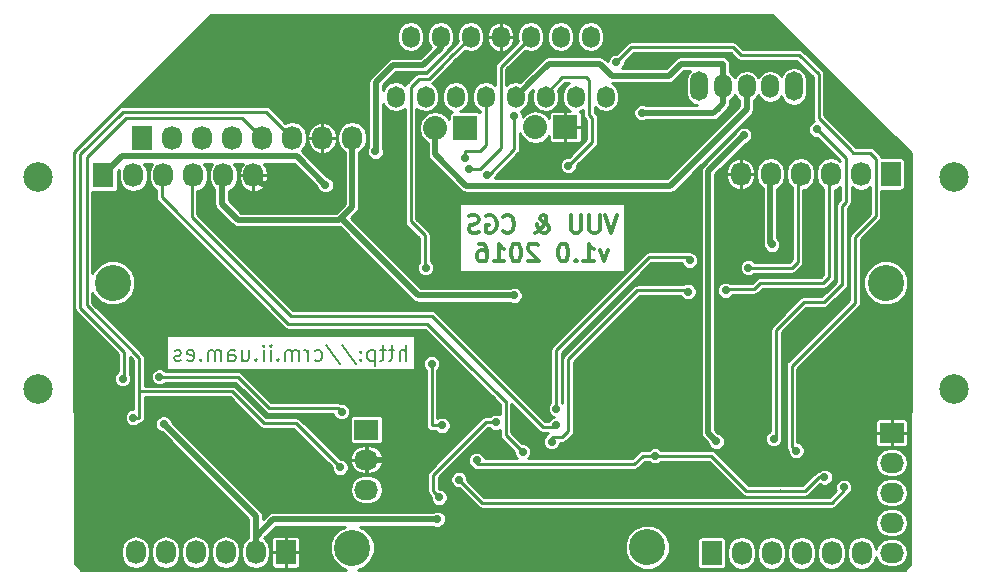
<source format=gbr>
G04 #@! TF.FileFunction,Copper,L2,Bot,Signal*
%FSLAX46Y46*%
G04 Gerber Fmt 4.6, Leading zero omitted, Abs format (unit mm)*
G04 Created by KiCad (PCBNEW 4.0.2+e4-6225~38~ubuntu15.10.1-stable) date mié 18 may 2016 16:41:09 CEST*
%MOMM*%
G01*
G04 APERTURE LIST*
%ADD10C,0.100000*%
%ADD11C,0.200000*%
%ADD12C,0.300000*%
%ADD13C,3.064000*%
%ADD14C,2.500000*%
%ADD15R,1.727200X2.032000*%
%ADD16O,1.727200X2.032000*%
%ADD17R,2.032000X1.727200*%
%ADD18O,2.032000X1.727200*%
%ADD19O,1.524000X1.824000*%
%ADD20R,2.032000X2.032000*%
%ADD21O,2.032000X2.032000*%
%ADD22O,1.500000X2.000000*%
%ADD23O,1.500000X2.500000*%
%ADD24C,0.700000*%
%ADD25C,0.500000*%
%ADD26C,0.250000*%
G04 APERTURE END LIST*
D10*
D11*
X127380952Y-91688095D02*
X127380952Y-90388095D01*
X126823809Y-91688095D02*
X126823809Y-91007143D01*
X126885714Y-90883333D01*
X127009524Y-90821429D01*
X127195238Y-90821429D01*
X127319047Y-90883333D01*
X127380952Y-90945238D01*
X126390476Y-90821429D02*
X125895238Y-90821429D01*
X126204762Y-90388095D02*
X126204762Y-91502381D01*
X126142857Y-91626190D01*
X126019048Y-91688095D01*
X125895238Y-91688095D01*
X125647619Y-90821429D02*
X125152381Y-90821429D01*
X125461905Y-90388095D02*
X125461905Y-91502381D01*
X125400000Y-91626190D01*
X125276191Y-91688095D01*
X125152381Y-91688095D01*
X124719048Y-90821429D02*
X124719048Y-92121429D01*
X124719048Y-90883333D02*
X124595239Y-90821429D01*
X124347620Y-90821429D01*
X124223810Y-90883333D01*
X124161905Y-90945238D01*
X124100001Y-91069048D01*
X124100001Y-91440476D01*
X124161905Y-91564286D01*
X124223810Y-91626190D01*
X124347620Y-91688095D01*
X124595239Y-91688095D01*
X124719048Y-91626190D01*
X123542858Y-91564286D02*
X123480953Y-91626190D01*
X123542858Y-91688095D01*
X123604763Y-91626190D01*
X123542858Y-91564286D01*
X123542858Y-91688095D01*
X123542858Y-90883333D02*
X123480953Y-90945238D01*
X123542858Y-91007143D01*
X123604763Y-90945238D01*
X123542858Y-90883333D01*
X123542858Y-91007143D01*
X121995239Y-90326190D02*
X123109524Y-91997619D01*
X120633334Y-90326190D02*
X121747619Y-91997619D01*
X119642857Y-91626190D02*
X119766667Y-91688095D01*
X120014286Y-91688095D01*
X120138095Y-91626190D01*
X120200000Y-91564286D01*
X120261905Y-91440476D01*
X120261905Y-91069048D01*
X120200000Y-90945238D01*
X120138095Y-90883333D01*
X120014286Y-90821429D01*
X119766667Y-90821429D01*
X119642857Y-90883333D01*
X119085714Y-91688095D02*
X119085714Y-90821429D01*
X119085714Y-91069048D02*
X119023809Y-90945238D01*
X118961905Y-90883333D01*
X118838095Y-90821429D01*
X118714286Y-90821429D01*
X118280952Y-91688095D02*
X118280952Y-90821429D01*
X118280952Y-90945238D02*
X118219047Y-90883333D01*
X118095238Y-90821429D01*
X117909524Y-90821429D01*
X117785714Y-90883333D01*
X117723809Y-91007143D01*
X117723809Y-91688095D01*
X117723809Y-91007143D02*
X117661905Y-90883333D01*
X117538095Y-90821429D01*
X117352381Y-90821429D01*
X117228571Y-90883333D01*
X117166666Y-91007143D01*
X117166666Y-91688095D01*
X116547619Y-91564286D02*
X116485714Y-91626190D01*
X116547619Y-91688095D01*
X116609524Y-91626190D01*
X116547619Y-91564286D01*
X116547619Y-91688095D01*
X115928571Y-91688095D02*
X115928571Y-90821429D01*
X115928571Y-90388095D02*
X115990476Y-90450000D01*
X115928571Y-90511905D01*
X115866666Y-90450000D01*
X115928571Y-90388095D01*
X115928571Y-90511905D01*
X115309523Y-91688095D02*
X115309523Y-90821429D01*
X115309523Y-90388095D02*
X115371428Y-90450000D01*
X115309523Y-90511905D01*
X115247618Y-90450000D01*
X115309523Y-90388095D01*
X115309523Y-90511905D01*
X114690475Y-91564286D02*
X114628570Y-91626190D01*
X114690475Y-91688095D01*
X114752380Y-91626190D01*
X114690475Y-91564286D01*
X114690475Y-91688095D01*
X113514284Y-90821429D02*
X113514284Y-91688095D01*
X114071427Y-90821429D02*
X114071427Y-91502381D01*
X114009522Y-91626190D01*
X113885713Y-91688095D01*
X113699999Y-91688095D01*
X113576189Y-91626190D01*
X113514284Y-91564286D01*
X112338094Y-91688095D02*
X112338094Y-91007143D01*
X112399999Y-90883333D01*
X112523809Y-90821429D01*
X112771428Y-90821429D01*
X112895237Y-90883333D01*
X112338094Y-91626190D02*
X112461904Y-91688095D01*
X112771428Y-91688095D01*
X112895237Y-91626190D01*
X112957142Y-91502381D01*
X112957142Y-91378571D01*
X112895237Y-91254762D01*
X112771428Y-91192857D01*
X112461904Y-91192857D01*
X112338094Y-91130952D01*
X111719047Y-91688095D02*
X111719047Y-90821429D01*
X111719047Y-90945238D02*
X111657142Y-90883333D01*
X111533333Y-90821429D01*
X111347619Y-90821429D01*
X111223809Y-90883333D01*
X111161904Y-91007143D01*
X111161904Y-91688095D01*
X111161904Y-91007143D02*
X111100000Y-90883333D01*
X110976190Y-90821429D01*
X110790476Y-90821429D01*
X110666666Y-90883333D01*
X110604761Y-91007143D01*
X110604761Y-91688095D01*
X109985714Y-91564286D02*
X109923809Y-91626190D01*
X109985714Y-91688095D01*
X110047619Y-91626190D01*
X109985714Y-91564286D01*
X109985714Y-91688095D01*
X108871428Y-91626190D02*
X108995238Y-91688095D01*
X109242857Y-91688095D01*
X109366666Y-91626190D01*
X109428571Y-91502381D01*
X109428571Y-91007143D01*
X109366666Y-90883333D01*
X109242857Y-90821429D01*
X108995238Y-90821429D01*
X108871428Y-90883333D01*
X108809523Y-91007143D01*
X108809523Y-91130952D01*
X109428571Y-91254762D01*
X108314285Y-91626190D02*
X108190475Y-91688095D01*
X107942856Y-91688095D01*
X107819047Y-91626190D01*
X107757142Y-91502381D01*
X107757142Y-91440476D01*
X107819047Y-91316667D01*
X107942856Y-91254762D01*
X108128571Y-91254762D01*
X108252380Y-91192857D01*
X108314285Y-91069048D01*
X108314285Y-91007143D01*
X108252380Y-90883333D01*
X108128571Y-90821429D01*
X107942856Y-90821429D01*
X107819047Y-90883333D01*
D12*
X145257143Y-79378571D02*
X144757143Y-80878571D01*
X144257143Y-79378571D01*
X143757143Y-79378571D02*
X143757143Y-80592857D01*
X143685715Y-80735714D01*
X143614286Y-80807143D01*
X143471429Y-80878571D01*
X143185715Y-80878571D01*
X143042857Y-80807143D01*
X142971429Y-80735714D01*
X142900000Y-80592857D01*
X142900000Y-79378571D01*
X142185714Y-79378571D02*
X142185714Y-80592857D01*
X142114286Y-80735714D01*
X142042857Y-80807143D01*
X141900000Y-80878571D01*
X141614286Y-80878571D01*
X141471428Y-80807143D01*
X141400000Y-80735714D01*
X141328571Y-80592857D01*
X141328571Y-79378571D01*
X138257142Y-80878571D02*
X138328571Y-80878571D01*
X138471428Y-80807143D01*
X138685714Y-80592857D01*
X139042857Y-80164286D01*
X139185714Y-79950000D01*
X139257142Y-79735714D01*
X139257142Y-79592857D01*
X139185714Y-79450000D01*
X139042857Y-79378571D01*
X138971428Y-79378571D01*
X138828571Y-79450000D01*
X138757142Y-79592857D01*
X138757142Y-79664286D01*
X138828571Y-79807143D01*
X138900000Y-79878571D01*
X139328571Y-80164286D01*
X139400000Y-80235714D01*
X139471428Y-80378571D01*
X139471428Y-80592857D01*
X139400000Y-80735714D01*
X139328571Y-80807143D01*
X139185714Y-80878571D01*
X138971428Y-80878571D01*
X138828571Y-80807143D01*
X138757142Y-80735714D01*
X138542857Y-80450000D01*
X138471428Y-80235714D01*
X138471428Y-80092857D01*
X135614285Y-80735714D02*
X135685714Y-80807143D01*
X135900000Y-80878571D01*
X136042857Y-80878571D01*
X136257142Y-80807143D01*
X136400000Y-80664286D01*
X136471428Y-80521429D01*
X136542857Y-80235714D01*
X136542857Y-80021429D01*
X136471428Y-79735714D01*
X136400000Y-79592857D01*
X136257142Y-79450000D01*
X136042857Y-79378571D01*
X135900000Y-79378571D01*
X135685714Y-79450000D01*
X135614285Y-79521429D01*
X134185714Y-79450000D02*
X134328571Y-79378571D01*
X134542857Y-79378571D01*
X134757142Y-79450000D01*
X134900000Y-79592857D01*
X134971428Y-79735714D01*
X135042857Y-80021429D01*
X135042857Y-80235714D01*
X134971428Y-80521429D01*
X134900000Y-80664286D01*
X134757142Y-80807143D01*
X134542857Y-80878571D01*
X134400000Y-80878571D01*
X134185714Y-80807143D01*
X134114285Y-80735714D01*
X134114285Y-80235714D01*
X134400000Y-80235714D01*
X133542857Y-80807143D02*
X133328571Y-80878571D01*
X132971428Y-80878571D01*
X132828571Y-80807143D01*
X132757142Y-80735714D01*
X132685714Y-80592857D01*
X132685714Y-80450000D01*
X132757142Y-80307143D01*
X132828571Y-80235714D01*
X132971428Y-80164286D01*
X133257142Y-80092857D01*
X133400000Y-80021429D01*
X133471428Y-79950000D01*
X133542857Y-79807143D01*
X133542857Y-79664286D01*
X133471428Y-79521429D01*
X133400000Y-79450000D01*
X133257142Y-79378571D01*
X132900000Y-79378571D01*
X132685714Y-79450000D01*
X144471427Y-82278571D02*
X144114284Y-83278571D01*
X143757142Y-82278571D01*
X142399999Y-83278571D02*
X143257142Y-83278571D01*
X142828570Y-83278571D02*
X142828570Y-81778571D01*
X142971427Y-81992857D01*
X143114285Y-82135714D01*
X143257142Y-82207143D01*
X141757142Y-83135714D02*
X141685714Y-83207143D01*
X141757142Y-83278571D01*
X141828571Y-83207143D01*
X141757142Y-83135714D01*
X141757142Y-83278571D01*
X140757142Y-81778571D02*
X140614285Y-81778571D01*
X140471428Y-81850000D01*
X140399999Y-81921429D01*
X140328570Y-82064286D01*
X140257142Y-82350000D01*
X140257142Y-82707143D01*
X140328570Y-82992857D01*
X140399999Y-83135714D01*
X140471428Y-83207143D01*
X140614285Y-83278571D01*
X140757142Y-83278571D01*
X140899999Y-83207143D01*
X140971428Y-83135714D01*
X141042856Y-82992857D01*
X141114285Y-82707143D01*
X141114285Y-82350000D01*
X141042856Y-82064286D01*
X140971428Y-81921429D01*
X140899999Y-81850000D01*
X140757142Y-81778571D01*
X138542857Y-81921429D02*
X138471428Y-81850000D01*
X138328571Y-81778571D01*
X137971428Y-81778571D01*
X137828571Y-81850000D01*
X137757142Y-81921429D01*
X137685714Y-82064286D01*
X137685714Y-82207143D01*
X137757142Y-82421429D01*
X138614285Y-83278571D01*
X137685714Y-83278571D01*
X136757143Y-81778571D02*
X136614286Y-81778571D01*
X136471429Y-81850000D01*
X136400000Y-81921429D01*
X136328571Y-82064286D01*
X136257143Y-82350000D01*
X136257143Y-82707143D01*
X136328571Y-82992857D01*
X136400000Y-83135714D01*
X136471429Y-83207143D01*
X136614286Y-83278571D01*
X136757143Y-83278571D01*
X136900000Y-83207143D01*
X136971429Y-83135714D01*
X137042857Y-82992857D01*
X137114286Y-82707143D01*
X137114286Y-82350000D01*
X137042857Y-82064286D01*
X136971429Y-81921429D01*
X136900000Y-81850000D01*
X136757143Y-81778571D01*
X134828572Y-83278571D02*
X135685715Y-83278571D01*
X135257143Y-83278571D02*
X135257143Y-81778571D01*
X135400000Y-81992857D01*
X135542858Y-82135714D01*
X135685715Y-82207143D01*
X133542858Y-81778571D02*
X133828572Y-81778571D01*
X133971429Y-81850000D01*
X134042858Y-81921429D01*
X134185715Y-82135714D01*
X134257144Y-82421429D01*
X134257144Y-82992857D01*
X134185715Y-83135714D01*
X134114287Y-83207143D01*
X133971429Y-83278571D01*
X133685715Y-83278571D01*
X133542858Y-83207143D01*
X133471429Y-83135714D01*
X133400001Y-82992857D01*
X133400001Y-82635714D01*
X133471429Y-82492857D01*
X133542858Y-82421429D01*
X133685715Y-82350000D01*
X133971429Y-82350000D01*
X134114287Y-82421429D01*
X134185715Y-82492857D01*
X134257144Y-82635714D01*
D13*
X102550000Y-85100000D03*
X168000000Y-85100000D03*
D14*
X96250000Y-76125000D03*
X96250000Y-94125000D03*
X173750000Y-94125000D03*
X173750000Y-76125000D03*
D13*
X147802600Y-107467400D03*
X122834400Y-107518200D03*
D15*
X101750000Y-76000000D03*
D16*
X104290000Y-76000000D03*
X106830000Y-76000000D03*
X109370000Y-76000000D03*
X111910000Y-76000000D03*
X114450000Y-76000000D03*
D15*
X168402000Y-75882500D03*
D16*
X165862000Y-75882500D03*
X163322000Y-75882500D03*
X160782000Y-75882500D03*
X158242000Y-75882500D03*
X155702000Y-75882500D03*
D17*
X124028200Y-97536000D03*
D18*
X124028200Y-100076000D03*
X124028200Y-102616000D03*
D15*
X117195600Y-107899200D03*
D16*
X114655600Y-107899200D03*
X112115600Y-107899200D03*
X109575600Y-107899200D03*
X107035600Y-107899200D03*
X104495600Y-107899200D03*
D19*
X126492000Y-69342000D03*
X127762000Y-64262000D03*
X129032000Y-69342000D03*
X130302000Y-64262000D03*
X131572000Y-69342000D03*
X132842000Y-64262000D03*
X134112000Y-69342000D03*
X135382000Y-64262000D03*
X136652000Y-69342000D03*
X137922000Y-64262000D03*
X139192000Y-69342000D03*
X140462000Y-64262000D03*
X141732000Y-69342000D03*
X143002000Y-64262000D03*
X144272000Y-69342000D03*
D20*
X140868400Y-71907400D03*
D21*
X138328400Y-71907400D03*
D20*
X132384800Y-71983600D03*
D21*
X129844800Y-71983600D03*
D15*
X153247400Y-107962000D03*
D16*
X155787400Y-107962000D03*
X158327400Y-107962000D03*
X160867400Y-107962000D03*
X163407400Y-107962000D03*
X165947400Y-107962000D03*
D15*
X105029000Y-72821800D03*
D16*
X107569000Y-72821800D03*
X110109000Y-72821800D03*
X112649000Y-72821800D03*
X115189000Y-72821800D03*
X117729000Y-72821800D03*
X120269000Y-72821800D03*
X122809000Y-72821800D03*
D22*
X154210000Y-68453000D03*
X156210000Y-68453000D03*
X158210000Y-68453000D03*
D23*
X160210000Y-68453000D03*
X152210000Y-68453000D03*
D17*
X168500000Y-97800000D03*
D18*
X168500000Y-100340000D03*
X168500000Y-102880000D03*
X168500000Y-105420000D03*
X168500000Y-107960000D03*
D24*
X158350000Y-81850000D03*
X106857800Y-97053400D03*
X130022600Y-105105200D03*
X136525000Y-86156800D03*
X146750000Y-63350000D03*
X125850000Y-63100000D03*
X147574000Y-96647000D03*
X151384000Y-77266800D03*
X119761000Y-67056000D03*
X104648000Y-105664000D03*
X104267000Y-99060000D03*
X164312600Y-101015800D03*
X131826000Y-93116400D03*
X157810200Y-100025200D03*
X157454600Y-93954600D03*
X118262400Y-76809600D03*
X147350000Y-70700000D03*
X153644600Y-98526600D03*
X155981400Y-72593200D03*
X124790200Y-73964800D03*
X120550000Y-76800000D03*
X137250000Y-99400000D03*
X140081000Y-97155000D03*
X151250000Y-85850000D03*
X154432000Y-85725000D03*
X139700000Y-98552000D03*
X156350000Y-83820000D03*
X151384000Y-83185000D03*
X140081000Y-95758000D03*
X131850000Y-101750000D03*
X121793000Y-100711000D03*
X104267000Y-96520000D03*
X164450000Y-102400000D03*
X162800000Y-101550000D03*
X106500000Y-93050000D03*
X121920000Y-96012000D03*
X103378000Y-93218000D03*
X148463000Y-99745800D03*
X133350000Y-100126800D03*
X132334000Y-74549000D03*
X136525000Y-70993000D03*
X134239000Y-75946000D03*
X132715000Y-75438000D03*
X129032000Y-83820000D03*
X129540000Y-91948000D03*
X130429000Y-97155000D03*
X141115500Y-75165500D03*
X135001000Y-96901000D03*
X130175000Y-103251000D03*
X158500000Y-98300000D03*
X162147250Y-72104250D03*
X145161000Y-66421000D03*
X160401000Y-99314000D03*
D25*
X158200000Y-81700000D02*
X158200000Y-75882500D01*
X158350000Y-81850000D02*
X158200000Y-81700000D01*
X158200000Y-75882500D02*
X158242000Y-75882500D01*
X114655600Y-107899200D02*
X114655600Y-104851200D01*
X114655600Y-104851200D02*
X106857800Y-97053400D01*
X130022600Y-105105200D02*
X130073400Y-105105200D01*
X121767600Y-79705200D02*
X121970800Y-79705200D01*
X128422400Y-86156800D02*
X136525000Y-86156800D01*
X121970800Y-79705200D02*
X128422400Y-86156800D01*
X111760000Y-77343000D02*
X111760000Y-78384400D01*
X122809000Y-78663800D02*
X122809000Y-72821800D01*
X121691400Y-79781400D02*
X121767600Y-79705200D01*
X121767600Y-79705200D02*
X122809000Y-78663800D01*
X113157000Y-79781400D02*
X121691400Y-79781400D01*
X111760000Y-78384400D02*
X113157000Y-79781400D01*
X111760000Y-77343000D02*
X111760000Y-76987400D01*
X114655600Y-107899200D02*
X114655600Y-106578400D01*
X114655600Y-106578400D02*
X116128800Y-105105200D01*
X116128800Y-105105200D02*
X130073400Y-105105200D01*
X146350000Y-63350000D02*
X146750000Y-63350000D01*
X145650000Y-62650000D02*
X146350000Y-63350000D01*
X126300000Y-62650000D02*
X145650000Y-62650000D01*
X126150000Y-62800000D02*
X126300000Y-62650000D01*
X125850000Y-63100000D02*
X126150000Y-62800000D01*
D26*
X157810200Y-100025200D02*
X157250000Y-99465000D01*
X157250000Y-93954600D02*
X157454600Y-93954600D01*
X157250000Y-97750000D02*
X157250000Y-93954600D01*
X157250000Y-99465000D02*
X157250000Y-97750000D01*
X160550000Y-100304600D02*
X161900000Y-100304600D01*
X164300000Y-101015800D02*
X164312600Y-101015800D01*
X164300000Y-99850000D02*
X164300000Y-101015800D01*
X164000000Y-99550000D02*
X164300000Y-99850000D01*
X162654600Y-99550000D02*
X164000000Y-99550000D01*
X161900000Y-100304600D02*
X162654600Y-99550000D01*
D25*
X118262400Y-76750000D02*
X118262400Y-76809600D01*
X115200000Y-76750000D02*
X118262400Y-76750000D01*
X114450000Y-76000000D02*
X115200000Y-76750000D01*
X151384000Y-77266800D02*
X151384000Y-77216000D01*
D26*
X160550000Y-100304600D02*
X158877000Y-100304600D01*
X158546800Y-100076000D02*
X158496000Y-100025200D01*
X158597600Y-100025200D02*
X158546800Y-100076000D01*
X158877000Y-100304600D02*
X158597600Y-100025200D01*
X158496000Y-100025200D02*
X157810200Y-100025200D01*
D25*
X124028200Y-100076000D02*
X129159000Y-100076000D01*
X131826000Y-97409000D02*
X131826000Y-93116400D01*
X129159000Y-100076000D02*
X131826000Y-97409000D01*
X153750000Y-70350000D02*
X153750000Y-70354200D01*
X153400000Y-70700000D02*
X153750000Y-70350000D01*
X147350000Y-70700000D02*
X153400000Y-70700000D01*
X137985500Y-68008500D02*
X139446000Y-66548000D01*
X144780000Y-67564000D02*
X145034000Y-67564000D01*
X143764000Y-66548000D02*
X144780000Y-67564000D01*
X139446000Y-66548000D02*
X143764000Y-66548000D01*
X145034000Y-67564000D02*
X149606000Y-67564000D01*
X150622000Y-66548000D02*
X151638000Y-66548000D01*
X149606000Y-67564000D02*
X150622000Y-66548000D01*
X154210000Y-66548000D02*
X151638000Y-66548000D01*
X154210000Y-66548000D02*
X154210000Y-68453000D01*
X137985500Y-68008500D02*
X136652000Y-69342000D01*
X152933400Y-97815400D02*
X153644600Y-98526600D01*
X152933400Y-75641200D02*
X152933400Y-97815400D01*
X155981400Y-72593200D02*
X152933400Y-75641200D01*
X130302000Y-65201800D02*
X130302000Y-64262000D01*
X128854200Y-66649600D02*
X130302000Y-65201800D01*
X126288800Y-66649600D02*
X128854200Y-66649600D01*
X124815600Y-68122800D02*
X126288800Y-66649600D01*
X124815600Y-73939400D02*
X124815600Y-68122800D01*
X124790200Y-73964800D02*
X124815600Y-73939400D01*
X153750000Y-70354200D02*
X154210000Y-69894200D01*
X154210000Y-69894200D02*
X154210000Y-68453000D01*
X136652000Y-69342000D02*
X136652000Y-68986400D01*
X101750000Y-76000000D02*
X103350000Y-74400000D01*
X118150000Y-74400000D02*
X120550000Y-76800000D01*
X117100000Y-74400000D02*
X118150000Y-74400000D01*
X103350000Y-74400000D02*
X117100000Y-74400000D01*
D26*
X135800000Y-95123000D02*
X135763000Y-95123000D01*
X135800000Y-97950000D02*
X135800000Y-95123000D01*
X137250000Y-99400000D02*
X135800000Y-97950000D01*
X135763000Y-95123000D02*
X135290000Y-94650000D01*
X135290000Y-94650000D02*
X135250000Y-94610000D01*
X132745000Y-92105000D02*
X129190000Y-88550000D01*
X129190000Y-88550000D02*
X128650000Y-88550000D01*
X106680000Y-77850000D02*
X117380000Y-88550000D01*
X117380000Y-88550000D02*
X128650000Y-88550000D01*
X106680000Y-77343000D02*
X106680000Y-76000000D01*
X106680000Y-76000000D02*
X106830000Y-76000000D01*
X135763000Y-95123000D02*
X135250000Y-94610000D01*
X135250000Y-94610000D02*
X132745000Y-92105000D01*
X106680000Y-77850000D02*
X106680000Y-77343000D01*
X106680000Y-77851000D02*
X106680000Y-77343000D01*
X117259000Y-87541000D02*
X117612000Y-87894000D01*
X117612000Y-87894000D02*
X118500000Y-87894000D01*
X131445000Y-89789000D02*
X129550000Y-87894000D01*
X129550000Y-87894000D02*
X118500000Y-87894000D01*
X118500000Y-87894000D02*
X117612000Y-87894000D01*
X109220000Y-76000000D02*
X109220000Y-77343000D01*
X110172500Y-80454500D02*
X109220000Y-79502000D01*
X109220000Y-79502000D02*
X109220000Y-77343000D01*
X110172500Y-80454500D02*
X117259000Y-87541000D01*
X138938000Y-97282000D02*
X140081000Y-97282000D01*
X140081000Y-97282000D02*
X140081000Y-97155000D01*
X131445000Y-89789000D02*
X138938000Y-97282000D01*
X109220000Y-76000000D02*
X109370000Y-76000000D01*
X163220400Y-78168500D02*
X163220400Y-75882500D01*
X163220400Y-75882500D02*
X163322000Y-75882500D01*
X163220400Y-75882500D02*
X163322000Y-75882500D01*
X141097000Y-93345000D02*
X141097000Y-91567000D01*
X151250000Y-85723000D02*
X151250000Y-85850000D01*
X146939000Y-85725000D02*
X151250000Y-85723000D01*
X141097000Y-91567000D02*
X146939000Y-85725000D01*
X157353000Y-85090000D02*
X156845000Y-85598000D01*
X163220400Y-84590000D02*
X162720400Y-85090000D01*
X162720400Y-85090000D02*
X157353000Y-85090000D01*
X163220400Y-77266800D02*
X163220400Y-77914500D01*
X163220400Y-77914500D02*
X163220400Y-78168500D01*
X163220400Y-78168500D02*
X163220400Y-84590000D01*
X156845000Y-85598000D02*
X154432000Y-85598000D01*
X154432000Y-85598000D02*
X154432000Y-85725000D01*
X141097000Y-93345000D02*
X141097000Y-97671000D01*
X141097000Y-97671000D02*
X140597000Y-98171000D01*
X140597000Y-98171000D02*
X139700000Y-98171000D01*
X139700000Y-98171000D02*
X139700000Y-98552000D01*
X159400000Y-83800000D02*
X159400000Y-83820000D01*
X159400000Y-83820000D02*
X159400000Y-83800000D01*
X156350000Y-83820000D02*
X159400000Y-83820000D01*
X159400000Y-83820000D02*
X160028000Y-83820000D01*
X140081000Y-92800000D02*
X140081000Y-90800000D01*
X147950000Y-82931000D02*
X148950000Y-82931000D01*
X140081000Y-90800000D02*
X147950000Y-82931000D01*
X160528000Y-77978000D02*
X160528000Y-75882500D01*
X160528000Y-75882500D02*
X160782000Y-75882500D01*
X160528000Y-83320000D02*
X160528000Y-77978000D01*
X160028000Y-83820000D02*
X160528000Y-83320000D01*
X151384000Y-82931000D02*
X151384000Y-83185000D01*
X148950000Y-82931000D02*
X151384000Y-82931000D01*
X140081000Y-95758000D02*
X140081000Y-92800000D01*
X161900000Y-103708200D02*
X163400000Y-103708200D01*
X164450000Y-102658200D02*
X164450000Y-102400000D01*
X163400000Y-103708200D02*
X164450000Y-102658200D01*
X133808200Y-103708200D02*
X134600000Y-103708200D01*
X131850000Y-101750000D02*
X133808200Y-103708200D01*
X118046500Y-96964500D02*
X115316000Y-96964500D01*
X104775000Y-94297500D02*
X104775000Y-94234000D01*
X112649000Y-94297500D02*
X104775000Y-94297500D01*
X115316000Y-96964500D02*
X112649000Y-94297500D01*
X121793000Y-100711000D02*
X118046500Y-96964500D01*
X104775000Y-93472000D02*
X104775000Y-93599000D01*
X115189000Y-72821800D02*
X113487200Y-71120000D01*
X113487200Y-71120000D02*
X103632000Y-71120000D01*
X103632000Y-71120000D02*
X100330000Y-74422000D01*
X100330000Y-74422000D02*
X100330000Y-86995000D01*
X100330000Y-86995000D02*
X104775000Y-91440000D01*
X104775000Y-91440000D02*
X104775000Y-93472000D01*
X104775000Y-94234000D02*
X104775000Y-96520000D01*
X104775000Y-96520000D02*
X104267000Y-96520000D01*
X104775000Y-93472000D02*
X104775000Y-93599000D01*
X104775000Y-93599000D02*
X104775000Y-94234000D01*
X159537400Y-103708200D02*
X134600000Y-103708200D01*
X161900000Y-103708200D02*
X159537400Y-103708200D01*
X162321100Y-101521100D02*
X162800000Y-101521100D01*
X162800000Y-101521100D02*
X162800000Y-101550000D01*
X113908000Y-93842000D02*
X113116000Y-93050000D01*
X113116000Y-93050000D02*
X112700000Y-93050000D01*
X106500000Y-93050000D02*
X112700000Y-93050000D01*
X121920000Y-96012000D02*
X121608000Y-95700000D01*
X115750000Y-95684000D02*
X113908000Y-93842000D01*
X121608000Y-95700000D02*
X115766000Y-95700000D01*
X115766000Y-95700000D02*
X115766000Y-95650000D01*
X115766000Y-95650000D02*
X115750000Y-95684000D01*
X161150000Y-102692200D02*
X162321100Y-101521100D01*
X147400000Y-99745800D02*
X146695800Y-100450000D01*
X133350000Y-100450000D02*
X133350000Y-100126800D01*
X146695800Y-100450000D02*
X133350000Y-100450000D01*
X115978600Y-71071400D02*
X115507200Y-70600000D01*
X115507200Y-70600000D02*
X114850000Y-70600000D01*
X103505000Y-92300000D02*
X103505000Y-90950000D01*
X103400000Y-70600000D02*
X114850000Y-70600000D01*
X114850000Y-70600000D02*
X115507200Y-70600000D01*
X99800000Y-74200000D02*
X103400000Y-70600000D01*
X99800000Y-87245000D02*
X99800000Y-74200000D01*
X103505000Y-90950000D02*
X99800000Y-87245000D01*
X117729000Y-72821800D02*
X115978600Y-71071400D01*
X103505000Y-92300000D02*
X103505000Y-93218000D01*
X103505000Y-93218000D02*
X103378000Y-93218000D01*
X160909000Y-102692200D02*
X161150000Y-102692200D01*
X159004000Y-102666800D02*
X159004000Y-102692200D01*
X159029400Y-102692200D02*
X159004000Y-102666800D01*
X160909000Y-102692200D02*
X159029400Y-102692200D01*
X156184600Y-102692200D02*
X159004000Y-102692200D01*
X153238200Y-99745800D02*
X156184600Y-102692200D01*
X148463000Y-99745800D02*
X153238200Y-99745800D01*
X147400000Y-99745800D02*
X148463000Y-99745800D01*
X134112000Y-69342000D02*
X134112000Y-73414000D01*
X134112000Y-73414000D02*
X133612000Y-73914000D01*
X133612000Y-73914000D02*
X132334000Y-73914000D01*
X132334000Y-73914000D02*
X132334000Y-74549000D01*
X134366000Y-75946000D02*
X134239000Y-75946000D01*
X136525000Y-73787000D02*
X134366000Y-75946000D01*
X136525000Y-73787000D02*
X136525000Y-70993000D01*
X137922000Y-64262000D02*
X135382000Y-66802000D01*
X133604000Y-75438000D02*
X132715000Y-75438000D01*
X135382000Y-73660000D02*
X133604000Y-75438000D01*
X135382000Y-66802000D02*
X135382000Y-73660000D01*
X129794000Y-67310000D02*
X129300000Y-67804000D01*
X127800000Y-68504000D02*
X127762000Y-68500000D01*
X127762000Y-68542000D02*
X127800000Y-68504000D01*
X128500000Y-67804000D02*
X127762000Y-68542000D01*
X129300000Y-67804000D02*
X128500000Y-67804000D01*
X127762000Y-79900000D02*
X128950000Y-81088000D01*
X128950000Y-83820000D02*
X129032000Y-83820000D01*
X128950000Y-81088000D02*
X128950000Y-83820000D01*
X132842000Y-64262000D02*
X131191000Y-65913000D01*
X129540000Y-91948000D02*
X129540000Y-97155000D01*
X129540000Y-97155000D02*
X130429000Y-97155000D01*
X127762000Y-70739000D02*
X127762000Y-79900000D01*
X127762000Y-68500000D02*
X127762000Y-70739000D01*
X130302000Y-66802000D02*
X129794000Y-67310000D01*
X131191000Y-65913000D02*
X130302000Y-66802000D01*
X143129000Y-73200000D02*
X143081000Y-73200000D01*
X143081000Y-73200000D02*
X141115500Y-75165500D01*
X142875000Y-68580000D02*
X142875000Y-67945000D01*
X140589000Y-67691000D02*
X139192000Y-69088000D01*
X142621000Y-67691000D02*
X140589000Y-67691000D01*
X142875000Y-67945000D02*
X142621000Y-67691000D01*
X139192000Y-69088000D02*
X139192000Y-69342000D01*
X142875000Y-70866000D02*
X142875000Y-68580000D01*
X143129000Y-73200000D02*
X143129000Y-71120000D01*
X143129000Y-71120000D02*
X142875000Y-70866000D01*
X142875000Y-68580000D02*
X142875000Y-68326000D01*
X134112000Y-96901000D02*
X135001000Y-96901000D01*
X129667000Y-101346000D02*
X134112000Y-96901000D01*
X129667000Y-102743000D02*
X129667000Y-101346000D01*
X130175000Y-103251000D02*
X129667000Y-102743000D01*
X164600000Y-78250000D02*
X164300000Y-78550000D01*
X164300000Y-78550000D02*
X164300000Y-85200000D01*
X164300000Y-85200000D02*
X164300000Y-85250000D01*
X164300000Y-85250000D02*
X164300000Y-85200000D01*
X159538500Y-88238500D02*
X158700000Y-89077000D01*
X158700000Y-98300000D02*
X158500000Y-98300000D01*
X158700000Y-97000000D02*
X158700000Y-98300000D01*
X158700000Y-89077000D02*
X158700000Y-97000000D01*
X162100000Y-86741000D02*
X162759000Y-86741000D01*
X162759000Y-86741000D02*
X163300000Y-86200000D01*
X164271500Y-74228500D02*
X164600000Y-74557000D01*
X164300000Y-85200000D02*
X163300000Y-86200000D01*
X163300000Y-86200000D02*
X162759000Y-86741000D01*
X164600000Y-74557000D02*
X164600000Y-78250000D01*
X164271500Y-74228500D02*
X162147250Y-72104250D01*
X159538500Y-88238500D02*
X161036000Y-86741000D01*
X161036000Y-86741000D02*
X162100000Y-86741000D01*
X166645125Y-79945125D02*
X167132000Y-79458250D01*
X167132000Y-79458250D02*
X167132000Y-78500000D01*
X165390250Y-81700000D02*
X165390250Y-81200000D01*
X165390250Y-81200000D02*
X166645125Y-79945125D01*
X165390250Y-86790250D02*
X165390250Y-81700000D01*
X160050000Y-92130500D02*
X160020000Y-92100000D01*
X160020000Y-92160500D02*
X160050000Y-92130500D01*
X165390250Y-86790250D02*
X160020000Y-92160500D01*
X162306000Y-67450000D02*
X160642000Y-65786000D01*
X162306000Y-67450000D02*
X162306000Y-71120000D01*
X162306000Y-71120000D02*
X164973000Y-73787000D01*
X164973000Y-73787000D02*
X165258750Y-74072750D01*
X155702000Y-65786000D02*
X160500000Y-65786000D01*
X155067000Y-65151000D02*
X155702000Y-65786000D01*
X146431000Y-65151000D02*
X155067000Y-65151000D01*
X145161000Y-66421000D02*
X146431000Y-65151000D01*
X166632000Y-74072750D02*
X167132000Y-74572750D01*
X167132000Y-74572750D02*
X167132000Y-77851000D01*
X167132000Y-77851000D02*
X167132000Y-78500000D01*
X165258750Y-74072750D02*
X166632000Y-74072750D01*
X160642000Y-65786000D02*
X160500000Y-65786000D01*
X160020000Y-98933000D02*
X160020000Y-92100000D01*
X160401000Y-99314000D02*
X160020000Y-98933000D01*
D25*
X129844800Y-71983600D02*
X129844800Y-74218800D01*
X156210000Y-70408800D02*
X156210000Y-68453000D01*
X149758400Y-76860400D02*
X156210000Y-70408800D01*
X132486400Y-76860400D02*
X149758400Y-76860400D01*
X129844800Y-74218800D02*
X132486400Y-76860400D01*
D26*
G36*
X170125000Y-74146751D02*
X170125000Y-95947507D01*
X170111157Y-95968225D01*
X170075000Y-96150000D01*
X170075000Y-108903248D01*
X169603248Y-109375000D01*
X165973799Y-109375000D01*
X166421392Y-109285968D01*
X166823222Y-109017473D01*
X167091717Y-108615643D01*
X167151941Y-108312878D01*
X167176032Y-108433992D01*
X167444527Y-108835822D01*
X167846357Y-109104317D01*
X168320349Y-109198600D01*
X168679651Y-109198600D01*
X169153643Y-109104317D01*
X169555473Y-108835822D01*
X169823968Y-108433992D01*
X169918251Y-107960000D01*
X169823968Y-107486008D01*
X169555473Y-107084178D01*
X169153643Y-106815683D01*
X168679651Y-106721400D01*
X168320349Y-106721400D01*
X167846357Y-106815683D01*
X167444527Y-107084178D01*
X167176032Y-107486008D01*
X167151543Y-107609122D01*
X167091717Y-107308357D01*
X166823222Y-106906527D01*
X166421392Y-106638032D01*
X165947400Y-106543749D01*
X165473408Y-106638032D01*
X165071578Y-106906527D01*
X164803083Y-107308357D01*
X164708800Y-107782349D01*
X164708800Y-108141651D01*
X164803083Y-108615643D01*
X165071578Y-109017473D01*
X165473408Y-109285968D01*
X165921001Y-109375000D01*
X163433799Y-109375000D01*
X163881392Y-109285968D01*
X164283222Y-109017473D01*
X164551717Y-108615643D01*
X164646000Y-108141651D01*
X164646000Y-107782349D01*
X164551717Y-107308357D01*
X164283222Y-106906527D01*
X163881392Y-106638032D01*
X163407400Y-106543749D01*
X162933408Y-106638032D01*
X162531578Y-106906527D01*
X162263083Y-107308357D01*
X162168800Y-107782349D01*
X162168800Y-108141651D01*
X162263083Y-108615643D01*
X162531578Y-109017473D01*
X162933408Y-109285968D01*
X163381001Y-109375000D01*
X160893799Y-109375000D01*
X161341392Y-109285968D01*
X161743222Y-109017473D01*
X162011717Y-108615643D01*
X162106000Y-108141651D01*
X162106000Y-107782349D01*
X162011717Y-107308357D01*
X161743222Y-106906527D01*
X161341392Y-106638032D01*
X160867400Y-106543749D01*
X160393408Y-106638032D01*
X159991578Y-106906527D01*
X159723083Y-107308357D01*
X159628800Y-107782349D01*
X159628800Y-108141651D01*
X159723083Y-108615643D01*
X159991578Y-109017473D01*
X160393408Y-109285968D01*
X160841001Y-109375000D01*
X158353799Y-109375000D01*
X158801392Y-109285968D01*
X159203222Y-109017473D01*
X159471717Y-108615643D01*
X159566000Y-108141651D01*
X159566000Y-107782349D01*
X159471717Y-107308357D01*
X159203222Y-106906527D01*
X158801392Y-106638032D01*
X158327400Y-106543749D01*
X157853408Y-106638032D01*
X157451578Y-106906527D01*
X157183083Y-107308357D01*
X157088800Y-107782349D01*
X157088800Y-108141651D01*
X157183083Y-108615643D01*
X157451578Y-109017473D01*
X157853408Y-109285968D01*
X158301001Y-109375000D01*
X155813799Y-109375000D01*
X156261392Y-109285968D01*
X156663222Y-109017473D01*
X156931717Y-108615643D01*
X157026000Y-108141651D01*
X157026000Y-107782349D01*
X156931717Y-107308357D01*
X156663222Y-106906527D01*
X156261392Y-106638032D01*
X155787400Y-106543749D01*
X155313408Y-106638032D01*
X154911578Y-106906527D01*
X154643083Y-107308357D01*
X154548800Y-107782349D01*
X154548800Y-108141651D01*
X154643083Y-108615643D01*
X154911578Y-109017473D01*
X155313408Y-109285968D01*
X155761001Y-109375000D01*
X123334354Y-109375000D01*
X123913217Y-109135818D01*
X124450133Y-108599839D01*
X124741068Y-107899190D01*
X124741115Y-107845062D01*
X145895270Y-107845062D01*
X146184982Y-108546217D01*
X146720961Y-109083133D01*
X147421610Y-109374068D01*
X148180262Y-109374730D01*
X148881417Y-109085018D01*
X149418333Y-108549039D01*
X149709268Y-107848390D01*
X149709930Y-107089738D01*
X149650539Y-106946000D01*
X152001454Y-106946000D01*
X152001454Y-108978000D01*
X152027602Y-109116966D01*
X152109731Y-109244599D01*
X152235046Y-109330223D01*
X152383800Y-109360346D01*
X154111000Y-109360346D01*
X154249966Y-109334198D01*
X154377599Y-109252069D01*
X154463223Y-109126754D01*
X154493346Y-108978000D01*
X154493346Y-106946000D01*
X154467198Y-106807034D01*
X154385069Y-106679401D01*
X154259754Y-106593777D01*
X154111000Y-106563654D01*
X152383800Y-106563654D01*
X152244834Y-106589802D01*
X152117201Y-106671931D01*
X152031577Y-106797246D01*
X152001454Y-106946000D01*
X149650539Y-106946000D01*
X149420218Y-106388583D01*
X148884239Y-105851667D01*
X148183590Y-105560732D01*
X147424938Y-105560070D01*
X146723783Y-105849782D01*
X146186867Y-106385761D01*
X145895932Y-107086410D01*
X145895270Y-107845062D01*
X124741115Y-107845062D01*
X124741730Y-107140538D01*
X124452018Y-106439383D01*
X123916039Y-105902467D01*
X123501174Y-105730200D01*
X129637232Y-105730200D01*
X129877756Y-105830074D01*
X130166179Y-105830326D01*
X130432743Y-105720184D01*
X130636867Y-105516416D01*
X130676902Y-105420000D01*
X167081749Y-105420000D01*
X167176032Y-105893992D01*
X167444527Y-106295822D01*
X167846357Y-106564317D01*
X168320349Y-106658600D01*
X168679651Y-106658600D01*
X169153643Y-106564317D01*
X169555473Y-106295822D01*
X169823968Y-105893992D01*
X169918251Y-105420000D01*
X169823968Y-104946008D01*
X169555473Y-104544178D01*
X169153643Y-104275683D01*
X168679651Y-104181400D01*
X168320349Y-104181400D01*
X167846357Y-104275683D01*
X167444527Y-104544178D01*
X167176032Y-104946008D01*
X167081749Y-105420000D01*
X130676902Y-105420000D01*
X130747474Y-105250044D01*
X130747726Y-104961621D01*
X130637584Y-104695057D01*
X130433816Y-104490933D01*
X130167444Y-104380326D01*
X129879021Y-104380074D01*
X129636698Y-104480200D01*
X116128800Y-104480200D01*
X115889622Y-104527775D01*
X115808406Y-104582042D01*
X115686858Y-104663258D01*
X115686856Y-104663261D01*
X115280600Y-105069517D01*
X115280600Y-104851205D01*
X115280601Y-104851200D01*
X115233025Y-104612023D01*
X115097542Y-104409258D01*
X115097539Y-104409256D01*
X113304284Y-102616000D01*
X122609949Y-102616000D01*
X122704232Y-103089992D01*
X122972727Y-103491822D01*
X123374557Y-103760317D01*
X123848549Y-103854600D01*
X124207851Y-103854600D01*
X124681843Y-103760317D01*
X125083673Y-103491822D01*
X125352168Y-103089992D01*
X125446451Y-102616000D01*
X125352168Y-102142008D01*
X125083673Y-101740178D01*
X124681843Y-101471683D01*
X124207851Y-101377400D01*
X123848549Y-101377400D01*
X123374557Y-101471683D01*
X122972727Y-101740178D01*
X122704232Y-102142008D01*
X122609949Y-102616000D01*
X113304284Y-102616000D01*
X107572238Y-96883954D01*
X107472784Y-96643257D01*
X107269016Y-96439133D01*
X107002644Y-96328526D01*
X106714221Y-96328274D01*
X106447657Y-96438416D01*
X106243533Y-96642184D01*
X106132926Y-96908556D01*
X106132674Y-97196979D01*
X106242816Y-97463543D01*
X106446584Y-97667667D01*
X106688731Y-97768215D01*
X114030600Y-105110083D01*
X114030600Y-106676133D01*
X113779778Y-106843727D01*
X113511283Y-107245557D01*
X113417000Y-107719549D01*
X113417000Y-108078851D01*
X113511283Y-108552843D01*
X113779778Y-108954673D01*
X114181608Y-109223168D01*
X114655600Y-109317451D01*
X115129592Y-109223168D01*
X115531422Y-108954673D01*
X115799917Y-108552843D01*
X115894200Y-108078851D01*
X115894200Y-107994950D01*
X115957000Y-107994950D01*
X115957000Y-108989792D01*
X116014090Y-109127620D01*
X116119579Y-109233110D01*
X116257408Y-109290200D01*
X117099850Y-109290200D01*
X117193600Y-109196450D01*
X117193600Y-107901200D01*
X117197600Y-107901200D01*
X117197600Y-109196450D01*
X117291350Y-109290200D01*
X118133792Y-109290200D01*
X118271621Y-109233110D01*
X118377110Y-109127620D01*
X118434200Y-108989792D01*
X118434200Y-107994950D01*
X118340450Y-107901200D01*
X117197600Y-107901200D01*
X117193600Y-107901200D01*
X116050750Y-107901200D01*
X115957000Y-107994950D01*
X115894200Y-107994950D01*
X115894200Y-107719549D01*
X115799917Y-107245557D01*
X115531422Y-106843727D01*
X115478863Y-106808608D01*
X115957000Y-106808608D01*
X115957000Y-107803450D01*
X116050750Y-107897200D01*
X117193600Y-107897200D01*
X117193600Y-106601950D01*
X117197600Y-106601950D01*
X117197600Y-107897200D01*
X118340450Y-107897200D01*
X118434200Y-107803450D01*
X118434200Y-106808608D01*
X118377110Y-106670780D01*
X118271621Y-106565290D01*
X118133792Y-106508200D01*
X117291350Y-106508200D01*
X117197600Y-106601950D01*
X117193600Y-106601950D01*
X117099850Y-106508200D01*
X116257408Y-106508200D01*
X116119579Y-106565290D01*
X116014090Y-106670780D01*
X115957000Y-106808608D01*
X115478863Y-106808608D01*
X115377203Y-106740681D01*
X116387683Y-105730200D01*
X122167938Y-105730200D01*
X121755583Y-105900582D01*
X121218667Y-106436561D01*
X120927732Y-107137210D01*
X120927070Y-107895862D01*
X121216782Y-108597017D01*
X121752761Y-109133933D01*
X122333315Y-109375000D01*
X99846752Y-109375000D01*
X99325000Y-108853248D01*
X99325000Y-107719549D01*
X103257000Y-107719549D01*
X103257000Y-108078851D01*
X103351283Y-108552843D01*
X103619778Y-108954673D01*
X104021608Y-109223168D01*
X104495600Y-109317451D01*
X104969592Y-109223168D01*
X105371422Y-108954673D01*
X105639917Y-108552843D01*
X105734200Y-108078851D01*
X105734200Y-107719549D01*
X105797000Y-107719549D01*
X105797000Y-108078851D01*
X105891283Y-108552843D01*
X106159778Y-108954673D01*
X106561608Y-109223168D01*
X107035600Y-109317451D01*
X107509592Y-109223168D01*
X107911422Y-108954673D01*
X108179917Y-108552843D01*
X108274200Y-108078851D01*
X108274200Y-107719549D01*
X108337000Y-107719549D01*
X108337000Y-108078851D01*
X108431283Y-108552843D01*
X108699778Y-108954673D01*
X109101608Y-109223168D01*
X109575600Y-109317451D01*
X110049592Y-109223168D01*
X110451422Y-108954673D01*
X110719917Y-108552843D01*
X110814200Y-108078851D01*
X110814200Y-107719549D01*
X110877000Y-107719549D01*
X110877000Y-108078851D01*
X110971283Y-108552843D01*
X111239778Y-108954673D01*
X111641608Y-109223168D01*
X112115600Y-109317451D01*
X112589592Y-109223168D01*
X112991422Y-108954673D01*
X113259917Y-108552843D01*
X113354200Y-108078851D01*
X113354200Y-107719549D01*
X113259917Y-107245557D01*
X112991422Y-106843727D01*
X112589592Y-106575232D01*
X112115600Y-106480949D01*
X111641608Y-106575232D01*
X111239778Y-106843727D01*
X110971283Y-107245557D01*
X110877000Y-107719549D01*
X110814200Y-107719549D01*
X110719917Y-107245557D01*
X110451422Y-106843727D01*
X110049592Y-106575232D01*
X109575600Y-106480949D01*
X109101608Y-106575232D01*
X108699778Y-106843727D01*
X108431283Y-107245557D01*
X108337000Y-107719549D01*
X108274200Y-107719549D01*
X108179917Y-107245557D01*
X107911422Y-106843727D01*
X107509592Y-106575232D01*
X107035600Y-106480949D01*
X106561608Y-106575232D01*
X106159778Y-106843727D01*
X105891283Y-107245557D01*
X105797000Y-107719549D01*
X105734200Y-107719549D01*
X105639917Y-107245557D01*
X105371422Y-106843727D01*
X104969592Y-106575232D01*
X104495600Y-106480949D01*
X104021608Y-106575232D01*
X103619778Y-106843727D01*
X103351283Y-107245557D01*
X103257000Y-107719549D01*
X99325000Y-107719549D01*
X99325000Y-96150000D01*
X99288843Y-95968225D01*
X99275000Y-95947507D01*
X99275000Y-74200000D01*
X99300000Y-74200000D01*
X99300000Y-87245000D01*
X99309001Y-87290250D01*
X99338060Y-87436342D01*
X99446447Y-87598553D01*
X103005000Y-91157107D01*
X103005000Y-92587669D01*
X102967857Y-92603016D01*
X102763733Y-92806784D01*
X102653126Y-93073156D01*
X102652874Y-93361579D01*
X102763016Y-93628143D01*
X102966784Y-93832267D01*
X103233156Y-93942874D01*
X103521579Y-93943126D01*
X103788143Y-93832984D01*
X103992267Y-93629216D01*
X104102874Y-93362844D01*
X104103126Y-93074421D01*
X104005000Y-92836938D01*
X104005000Y-91377107D01*
X104275000Y-91647107D01*
X104275000Y-95795006D01*
X104123421Y-95794874D01*
X103856857Y-95905016D01*
X103652733Y-96108784D01*
X103542126Y-96375156D01*
X103541874Y-96663579D01*
X103652016Y-96930143D01*
X103855784Y-97134267D01*
X104122156Y-97244874D01*
X104410579Y-97245126D01*
X104677143Y-97134984D01*
X104796640Y-97015696D01*
X104966342Y-96981940D01*
X105128553Y-96873553D01*
X105236940Y-96711342D01*
X105275000Y-96520000D01*
X105275000Y-94797500D01*
X112441894Y-94797500D01*
X114962447Y-97318054D01*
X115059686Y-97383026D01*
X115124658Y-97426440D01*
X115316000Y-97464500D01*
X117839394Y-97464500D01*
X121068015Y-100693121D01*
X121067874Y-100854579D01*
X121178016Y-101121143D01*
X121381784Y-101325267D01*
X121648156Y-101435874D01*
X121936579Y-101436126D01*
X122203143Y-101325984D01*
X122407267Y-101122216D01*
X122517874Y-100855844D01*
X122518126Y-100567421D01*
X122407984Y-100300857D01*
X122378913Y-100271735D01*
X122652764Y-100271735D01*
X122730718Y-100548145D01*
X122998564Y-100950409D01*
X123399961Y-101219552D01*
X123873800Y-101314600D01*
X124026200Y-101314600D01*
X124026200Y-100078000D01*
X124030200Y-100078000D01*
X124030200Y-101314600D01*
X124182600Y-101314600D01*
X124656439Y-101219552D01*
X125057836Y-100950409D01*
X125325682Y-100548145D01*
X125403636Y-100271735D01*
X125325448Y-100078000D01*
X124030200Y-100078000D01*
X124026200Y-100078000D01*
X122730952Y-100078000D01*
X122652764Y-100271735D01*
X122378913Y-100271735D01*
X122204216Y-100096733D01*
X121937844Y-99986126D01*
X121775090Y-99985984D01*
X121669371Y-99880265D01*
X122652764Y-99880265D01*
X122730952Y-100074000D01*
X124026200Y-100074000D01*
X124026200Y-98837400D01*
X124030200Y-98837400D01*
X124030200Y-100074000D01*
X125325448Y-100074000D01*
X125403636Y-99880265D01*
X125325682Y-99603855D01*
X125057836Y-99201591D01*
X124656439Y-98932448D01*
X124182600Y-98837400D01*
X124030200Y-98837400D01*
X124026200Y-98837400D01*
X123873800Y-98837400D01*
X123399961Y-98932448D01*
X122998564Y-99201591D01*
X122730718Y-99603855D01*
X122652764Y-99880265D01*
X121669371Y-99880265D01*
X118400053Y-96610947D01*
X118237842Y-96502560D01*
X118224972Y-96500000D01*
X118046500Y-96464500D01*
X115523107Y-96464500D01*
X113002553Y-93943947D01*
X112840342Y-93835560D01*
X112827391Y-93832984D01*
X112649000Y-93797500D01*
X105275000Y-93797500D01*
X105275000Y-93193579D01*
X105774874Y-93193579D01*
X105885016Y-93460143D01*
X106088784Y-93664267D01*
X106355156Y-93774874D01*
X106643579Y-93775126D01*
X106910143Y-93664984D01*
X107025328Y-93550000D01*
X112908894Y-93550000D01*
X113554447Y-94195553D01*
X115396446Y-96037553D01*
X115406039Y-96043963D01*
X115412447Y-96053553D01*
X115574658Y-96161940D01*
X115766000Y-96200000D01*
X121213228Y-96200000D01*
X121305016Y-96422143D01*
X121508784Y-96626267D01*
X121775156Y-96736874D01*
X122063579Y-96737126D01*
X122220227Y-96672400D01*
X122629854Y-96672400D01*
X122629854Y-98399600D01*
X122656002Y-98538566D01*
X122738131Y-98666199D01*
X122863446Y-98751823D01*
X123012200Y-98781946D01*
X125044200Y-98781946D01*
X125183166Y-98755798D01*
X125310799Y-98673669D01*
X125396423Y-98548354D01*
X125426546Y-98399600D01*
X125426546Y-96672400D01*
X125400398Y-96533434D01*
X125318269Y-96405801D01*
X125192954Y-96320177D01*
X125044200Y-96290054D01*
X123012200Y-96290054D01*
X122873234Y-96316202D01*
X122745601Y-96398331D01*
X122659977Y-96523646D01*
X122629854Y-96672400D01*
X122220227Y-96672400D01*
X122330143Y-96626984D01*
X122534267Y-96423216D01*
X122644874Y-96156844D01*
X122645126Y-95868421D01*
X122534984Y-95601857D01*
X122331216Y-95397733D01*
X122064844Y-95287126D01*
X121872522Y-95286958D01*
X121799342Y-95238060D01*
X121608000Y-95200000D01*
X115982162Y-95200000D01*
X115978899Y-95197590D01*
X115967986Y-95194879D01*
X114261553Y-93488447D01*
X113469553Y-92696447D01*
X113307342Y-92588060D01*
X113116000Y-92550000D01*
X107025284Y-92550000D01*
X106911216Y-92435733D01*
X106644844Y-92325126D01*
X106356421Y-92324874D01*
X106089857Y-92435016D01*
X105885733Y-92638784D01*
X105775126Y-92905156D01*
X105774874Y-93193579D01*
X105275000Y-93193579D01*
X105275000Y-91440000D01*
X105236940Y-91248658D01*
X105213413Y-91213447D01*
X105128553Y-91086446D01*
X103557107Y-89515000D01*
X107034524Y-89515000D01*
X107034524Y-92485000D01*
X128165477Y-92485000D01*
X128165477Y-92091579D01*
X128814874Y-92091579D01*
X128925016Y-92358143D01*
X129040000Y-92473328D01*
X129040000Y-97155000D01*
X129078060Y-97346342D01*
X129186447Y-97508553D01*
X129348658Y-97616940D01*
X129540000Y-97655000D01*
X129903716Y-97655000D01*
X130017784Y-97769267D01*
X130284156Y-97879874D01*
X130572579Y-97880126D01*
X130839143Y-97769984D01*
X131043267Y-97566216D01*
X131153874Y-97299844D01*
X131154126Y-97011421D01*
X131043984Y-96744857D01*
X130840216Y-96540733D01*
X130573844Y-96430126D01*
X130285421Y-96429874D01*
X130040000Y-96531280D01*
X130040000Y-92473284D01*
X130154267Y-92359216D01*
X130264874Y-92092844D01*
X130265126Y-91804421D01*
X130154984Y-91537857D01*
X129951216Y-91333733D01*
X129684844Y-91223126D01*
X129396421Y-91222874D01*
X129129857Y-91333016D01*
X128925733Y-91536784D01*
X128815126Y-91803156D01*
X128814874Y-92091579D01*
X128165477Y-92091579D01*
X128165477Y-89515000D01*
X107034524Y-89515000D01*
X103557107Y-89515000D01*
X100830000Y-86787894D01*
X100830000Y-85931034D01*
X100932382Y-86178817D01*
X101468361Y-86715733D01*
X102169010Y-87006668D01*
X102927662Y-87007330D01*
X103628817Y-86717618D01*
X104165733Y-86181639D01*
X104456668Y-85480990D01*
X104457330Y-84722338D01*
X104167618Y-84021183D01*
X103631639Y-83484267D01*
X102930990Y-83193332D01*
X102172338Y-83192670D01*
X101471183Y-83482382D01*
X100934267Y-84018361D01*
X100830000Y-84269464D01*
X100830000Y-77386925D01*
X100886400Y-77398346D01*
X102613600Y-77398346D01*
X102752566Y-77372198D01*
X102880199Y-77290069D01*
X102965823Y-77164754D01*
X102995946Y-77016000D01*
X102995946Y-75637938D01*
X103110463Y-75523421D01*
X103051400Y-75820349D01*
X103051400Y-76179651D01*
X103145683Y-76653643D01*
X103414178Y-77055473D01*
X103816008Y-77323968D01*
X104290000Y-77418251D01*
X104763992Y-77323968D01*
X105165822Y-77055473D01*
X105434317Y-76653643D01*
X105528600Y-76179651D01*
X105528600Y-75820349D01*
X105434317Y-75346357D01*
X105219592Y-75025000D01*
X105900408Y-75025000D01*
X105685683Y-75346357D01*
X105591400Y-75820349D01*
X105591400Y-76179651D01*
X105685683Y-76653643D01*
X105954178Y-77055473D01*
X106180000Y-77206363D01*
X106180000Y-77851000D01*
X106218060Y-78042342D01*
X106326447Y-78204553D01*
X106329461Y-78206567D01*
X117026447Y-88903553D01*
X117188658Y-89011940D01*
X117380000Y-89050000D01*
X128982894Y-89050000D01*
X132391446Y-92458553D01*
X132391449Y-92458555D01*
X134896447Y-94963553D01*
X134936447Y-95003554D01*
X134936450Y-95003556D01*
X135300000Y-95367107D01*
X135300000Y-96240137D01*
X135145844Y-96176126D01*
X134857421Y-96175874D01*
X134590857Y-96286016D01*
X134475672Y-96401000D01*
X134112000Y-96401000D01*
X133923896Y-96438416D01*
X133920658Y-96439060D01*
X133758446Y-96547447D01*
X129313447Y-100992447D01*
X129205060Y-101154658D01*
X129167000Y-101346000D01*
X129167000Y-102743000D01*
X129197721Y-102897446D01*
X129205060Y-102934342D01*
X129313447Y-103096553D01*
X129450015Y-103233121D01*
X129449874Y-103394579D01*
X129560016Y-103661143D01*
X129763784Y-103865267D01*
X130030156Y-103975874D01*
X130318579Y-103976126D01*
X130585143Y-103865984D01*
X130789267Y-103662216D01*
X130899874Y-103395844D01*
X130900126Y-103107421D01*
X130789984Y-102840857D01*
X130586216Y-102636733D01*
X130319844Y-102526126D01*
X130167000Y-102525992D01*
X130167000Y-101893579D01*
X131124874Y-101893579D01*
X131235016Y-102160143D01*
X131438784Y-102364267D01*
X131705156Y-102474874D01*
X131867910Y-102475016D01*
X133454647Y-104061753D01*
X133616858Y-104170140D01*
X133808200Y-104208200D01*
X163400000Y-104208200D01*
X163591342Y-104170140D01*
X163753553Y-104061753D01*
X164758202Y-103057105D01*
X164860143Y-103014984D01*
X164995362Y-102880000D01*
X167081749Y-102880000D01*
X167176032Y-103353992D01*
X167444527Y-103755822D01*
X167846357Y-104024317D01*
X168320349Y-104118600D01*
X168679651Y-104118600D01*
X169153643Y-104024317D01*
X169555473Y-103755822D01*
X169823968Y-103353992D01*
X169918251Y-102880000D01*
X169823968Y-102406008D01*
X169555473Y-102004178D01*
X169153643Y-101735683D01*
X168679651Y-101641400D01*
X168320349Y-101641400D01*
X167846357Y-101735683D01*
X167444527Y-102004178D01*
X167176032Y-102406008D01*
X167081749Y-102880000D01*
X164995362Y-102880000D01*
X165064267Y-102811216D01*
X165174874Y-102544844D01*
X165175126Y-102256421D01*
X165064984Y-101989857D01*
X164861216Y-101785733D01*
X164594844Y-101675126D01*
X164306421Y-101674874D01*
X164039857Y-101785016D01*
X163835733Y-101988784D01*
X163725126Y-102255156D01*
X163724874Y-102543579D01*
X163763656Y-102637438D01*
X163192894Y-103208200D01*
X134015306Y-103208200D01*
X132574985Y-101767879D01*
X132575126Y-101606421D01*
X132464984Y-101339857D01*
X132261216Y-101135733D01*
X131994844Y-101025126D01*
X131706421Y-101024874D01*
X131439857Y-101135016D01*
X131235733Y-101338784D01*
X131125126Y-101605156D01*
X131124874Y-101893579D01*
X130167000Y-101893579D01*
X130167000Y-101553106D01*
X134319107Y-97401000D01*
X134475716Y-97401000D01*
X134589784Y-97515267D01*
X134856156Y-97625874D01*
X135144579Y-97626126D01*
X135300000Y-97561907D01*
X135300000Y-97950000D01*
X135320802Y-98054577D01*
X135338060Y-98141342D01*
X135446447Y-98303553D01*
X136525015Y-99382122D01*
X136524874Y-99543579D01*
X136635016Y-99810143D01*
X136774629Y-99950000D01*
X134061399Y-99950000D01*
X133964984Y-99716657D01*
X133761216Y-99512533D01*
X133494844Y-99401926D01*
X133206421Y-99401674D01*
X132939857Y-99511816D01*
X132735733Y-99715584D01*
X132625126Y-99981956D01*
X132624874Y-100270379D01*
X132735016Y-100536943D01*
X132938784Y-100741067D01*
X132960804Y-100750211D01*
X132996447Y-100803553D01*
X133158658Y-100911940D01*
X133350000Y-100950000D01*
X146695800Y-100950000D01*
X146887142Y-100911940D01*
X147049353Y-100803553D01*
X147607107Y-100245800D01*
X147937716Y-100245800D01*
X148051784Y-100360067D01*
X148318156Y-100470674D01*
X148606579Y-100470926D01*
X148873143Y-100360784D01*
X148988328Y-100245800D01*
X153031094Y-100245800D01*
X155831047Y-103045754D01*
X155993258Y-103154140D01*
X156184600Y-103192200D01*
X159004000Y-103192200D01*
X159016700Y-103189674D01*
X159029400Y-103192200D01*
X161150000Y-103192200D01*
X161341342Y-103154140D01*
X161503553Y-103045753D01*
X162386914Y-102162393D01*
X162388784Y-102164267D01*
X162655156Y-102274874D01*
X162943579Y-102275126D01*
X163210143Y-102164984D01*
X163414267Y-101961216D01*
X163524874Y-101694844D01*
X163525126Y-101406421D01*
X163414984Y-101139857D01*
X163211216Y-100935733D01*
X162944844Y-100825126D01*
X162656421Y-100824874D01*
X162389857Y-100935016D01*
X162299273Y-101025442D01*
X162129758Y-101059160D01*
X162064786Y-101102574D01*
X161967547Y-101167546D01*
X160942894Y-102192200D01*
X159131695Y-102192200D01*
X159004000Y-102166800D01*
X158876305Y-102192200D01*
X156391707Y-102192200D01*
X154539507Y-100340000D01*
X167081749Y-100340000D01*
X167176032Y-100813992D01*
X167444527Y-101215822D01*
X167846357Y-101484317D01*
X168320349Y-101578600D01*
X168679651Y-101578600D01*
X169153643Y-101484317D01*
X169555473Y-101215822D01*
X169823968Y-100813992D01*
X169918251Y-100340000D01*
X169823968Y-99866008D01*
X169555473Y-99464178D01*
X169153643Y-99195683D01*
X168679651Y-99101400D01*
X168320349Y-99101400D01*
X167846357Y-99195683D01*
X167444527Y-99464178D01*
X167176032Y-99866008D01*
X167081749Y-100340000D01*
X154539507Y-100340000D01*
X153591753Y-99392247D01*
X153429542Y-99283860D01*
X153238200Y-99245800D01*
X148988284Y-99245800D01*
X148874216Y-99131533D01*
X148607844Y-99020926D01*
X148319421Y-99020674D01*
X148052857Y-99130816D01*
X147937672Y-99245800D01*
X147400000Y-99245800D01*
X147208658Y-99283860D01*
X147046446Y-99392247D01*
X146488694Y-99950000D01*
X137725241Y-99950000D01*
X137864267Y-99811216D01*
X137974874Y-99544844D01*
X137975126Y-99256421D01*
X137864984Y-98989857D01*
X137661216Y-98785733D01*
X137394844Y-98675126D01*
X137232091Y-98674984D01*
X136300000Y-97742894D01*
X136300000Y-95351107D01*
X138584446Y-97635553D01*
X138687258Y-97704250D01*
X138746658Y-97743940D01*
X138938000Y-97782000D01*
X139399497Y-97782000D01*
X139346447Y-97817447D01*
X139238060Y-97979658D01*
X139235810Y-97990969D01*
X139085733Y-98140784D01*
X138975126Y-98407156D01*
X138974874Y-98695579D01*
X139085016Y-98962143D01*
X139288784Y-99166267D01*
X139555156Y-99276874D01*
X139843579Y-99277126D01*
X140110143Y-99166984D01*
X140314267Y-98963216D01*
X140424874Y-98696844D01*
X140424897Y-98671000D01*
X140597000Y-98671000D01*
X140788342Y-98632940D01*
X140950553Y-98524553D01*
X141450554Y-98024553D01*
X141558940Y-97862342D01*
X141597000Y-97671000D01*
X141597000Y-91774106D01*
X147146203Y-86224904D01*
X150619790Y-86223292D01*
X150635016Y-86260143D01*
X150838784Y-86464267D01*
X151105156Y-86574874D01*
X151393579Y-86575126D01*
X151660143Y-86464984D01*
X151864267Y-86261216D01*
X151974874Y-85994844D01*
X151975126Y-85706421D01*
X151864984Y-85439857D01*
X151661216Y-85235733D01*
X151394844Y-85125126D01*
X151106421Y-85124874D01*
X150868510Y-85223177D01*
X146938768Y-85225000D01*
X146843195Y-85244057D01*
X146747659Y-85263060D01*
X146747561Y-85263126D01*
X146747444Y-85263149D01*
X146666925Y-85317005D01*
X146585447Y-85371446D01*
X140743447Y-91213447D01*
X140635060Y-91375658D01*
X140597000Y-91567000D01*
X140597000Y-95248700D01*
X140581000Y-95232672D01*
X140581000Y-91007106D01*
X148157107Y-83431000D01*
X150701193Y-83431000D01*
X150769016Y-83595143D01*
X150972784Y-83799267D01*
X151239156Y-83909874D01*
X151527579Y-83910126D01*
X151794143Y-83799984D01*
X151998267Y-83596216D01*
X152108874Y-83329844D01*
X152109126Y-83041421D01*
X151998984Y-82774857D01*
X151795216Y-82570733D01*
X151616352Y-82496463D01*
X151575342Y-82469060D01*
X151384000Y-82431000D01*
X147950000Y-82431000D01*
X147758658Y-82469060D01*
X147693686Y-82512474D01*
X147596447Y-82577446D01*
X139727447Y-90446447D01*
X139619060Y-90608658D01*
X139581000Y-90800000D01*
X139581000Y-95232716D01*
X139466733Y-95346784D01*
X139356126Y-95613156D01*
X139355874Y-95901579D01*
X139466016Y-96168143D01*
X139669784Y-96372267D01*
X139872810Y-96456571D01*
X139670857Y-96540016D01*
X139466733Y-96743784D01*
X139450864Y-96782000D01*
X139145107Y-96782000D01*
X131798556Y-89435450D01*
X131798554Y-89435447D01*
X129903553Y-87540447D01*
X129741342Y-87432060D01*
X129550000Y-87394000D01*
X117819107Y-87394000D01*
X117612555Y-87187449D01*
X117612553Y-87187446D01*
X110526055Y-80100949D01*
X110526053Y-80100946D01*
X109720000Y-79294894D01*
X109720000Y-77348632D01*
X109843992Y-77323968D01*
X110245822Y-77055473D01*
X110514317Y-76653643D01*
X110608600Y-76179651D01*
X110608600Y-75820349D01*
X110514317Y-75346357D01*
X110299592Y-75025000D01*
X110980408Y-75025000D01*
X110765683Y-75346357D01*
X110671400Y-75820349D01*
X110671400Y-76179651D01*
X110765683Y-76653643D01*
X111034178Y-77055473D01*
X111135000Y-77122840D01*
X111135000Y-78384400D01*
X111182575Y-78623577D01*
X111318058Y-78826342D01*
X112715056Y-80223339D01*
X112715058Y-80223342D01*
X112827808Y-80298679D01*
X112917822Y-80358825D01*
X113157000Y-80406400D01*
X121691400Y-80406400D01*
X121772070Y-80390354D01*
X127980458Y-86598742D01*
X128183222Y-86734225D01*
X128422400Y-86781800D01*
X136139632Y-86781800D01*
X136380156Y-86881674D01*
X136668579Y-86881926D01*
X136935143Y-86771784D01*
X137139267Y-86568016D01*
X137249874Y-86301644D01*
X137250126Y-86013221D01*
X137139984Y-85746657D01*
X136936216Y-85542533D01*
X136669844Y-85431926D01*
X136381421Y-85431674D01*
X136139098Y-85531800D01*
X128681284Y-85531800D01*
X122753084Y-79603600D01*
X123250942Y-79105742D01*
X123386425Y-78902977D01*
X123434000Y-78663800D01*
X123434000Y-74108379D01*
X124065074Y-74108379D01*
X124175216Y-74374943D01*
X124378984Y-74579067D01*
X124645356Y-74689674D01*
X124933779Y-74689926D01*
X125200343Y-74579784D01*
X125404467Y-74376016D01*
X125515074Y-74109644D01*
X125515326Y-73821221D01*
X125440600Y-73640370D01*
X125440600Y-69947554D01*
X125441549Y-69952325D01*
X125688020Y-70321194D01*
X126056889Y-70567665D01*
X126492000Y-70654214D01*
X126927111Y-70567665D01*
X127262000Y-70343899D01*
X127262000Y-79900000D01*
X127282289Y-80002000D01*
X127300060Y-80091342D01*
X127408447Y-80253553D01*
X128450000Y-81295107D01*
X128450000Y-83376573D01*
X128417733Y-83408784D01*
X128307126Y-83675156D01*
X128306874Y-83963579D01*
X128417016Y-84230143D01*
X128620784Y-84434267D01*
X128887156Y-84544874D01*
X129175579Y-84545126D01*
X129442143Y-84434984D01*
X129646267Y-84231216D01*
X129756874Y-83964844D01*
X129757126Y-83676421D01*
X129646984Y-83409857D01*
X129450000Y-83212529D01*
X129450000Y-81088000D01*
X129411940Y-80896658D01*
X129368526Y-80831686D01*
X129303554Y-80734447D01*
X128262000Y-79692894D01*
X128262000Y-78325000D01*
X131875000Y-78325000D01*
X131875000Y-84175000D01*
X145925000Y-84175000D01*
X145925000Y-78325000D01*
X131875000Y-78325000D01*
X128262000Y-78325000D01*
X128262000Y-71956349D01*
X128453800Y-71956349D01*
X128453800Y-72010851D01*
X128559684Y-72543164D01*
X128861214Y-72994437D01*
X129219800Y-73234036D01*
X129219800Y-74218800D01*
X129267375Y-74457977D01*
X129402858Y-74660742D01*
X132044456Y-77302339D01*
X132044458Y-77302342D01*
X132247223Y-77437825D01*
X132486400Y-77485401D01*
X132486405Y-77485400D01*
X149758400Y-77485400D01*
X149997577Y-77437825D01*
X150200342Y-77302342D01*
X151861484Y-75641200D01*
X152308400Y-75641200D01*
X152308400Y-97815400D01*
X152355975Y-98054577D01*
X152491458Y-98257342D01*
X152930162Y-98696046D01*
X153029616Y-98936743D01*
X153233384Y-99140867D01*
X153499756Y-99251474D01*
X153788179Y-99251726D01*
X154054743Y-99141584D01*
X154258867Y-98937816D01*
X154369474Y-98671444D01*
X154369726Y-98383021D01*
X154259584Y-98116457D01*
X154055816Y-97912333D01*
X153813669Y-97811785D01*
X153558400Y-97556516D01*
X153558400Y-83963579D01*
X155624874Y-83963579D01*
X155735016Y-84230143D01*
X155938784Y-84434267D01*
X156205156Y-84544874D01*
X156493579Y-84545126D01*
X156760143Y-84434984D01*
X156875328Y-84320000D01*
X160028000Y-84320000D01*
X160219342Y-84281940D01*
X160381553Y-84173553D01*
X160881554Y-83673553D01*
X160989940Y-83511342D01*
X161028000Y-83320000D01*
X161028000Y-77251818D01*
X161255992Y-77206468D01*
X161657822Y-76937973D01*
X161926317Y-76536143D01*
X162020600Y-76062151D01*
X162020600Y-75702849D01*
X161926317Y-75228857D01*
X161657822Y-74827027D01*
X161255992Y-74558532D01*
X160782000Y-74464249D01*
X160308008Y-74558532D01*
X159906178Y-74827027D01*
X159637683Y-75228857D01*
X159543400Y-75702849D01*
X159543400Y-76062151D01*
X159637683Y-76536143D01*
X159906178Y-76937973D01*
X160028000Y-77019372D01*
X160028000Y-83112893D01*
X159820894Y-83320000D01*
X159500548Y-83320000D01*
X159400000Y-83300000D01*
X159299452Y-83320000D01*
X156875284Y-83320000D01*
X156761216Y-83205733D01*
X156494844Y-83095126D01*
X156206421Y-83094874D01*
X155939857Y-83205016D01*
X155735733Y-83408784D01*
X155625126Y-83675156D01*
X155624874Y-83963579D01*
X153558400Y-83963579D01*
X153558400Y-75900084D01*
X153573984Y-75884500D01*
X154463400Y-75884500D01*
X154463400Y-76036900D01*
X154558448Y-76510739D01*
X154827591Y-76912136D01*
X155229855Y-77179982D01*
X155506265Y-77257936D01*
X155700000Y-77179748D01*
X155700000Y-75884500D01*
X155704000Y-75884500D01*
X155704000Y-77179748D01*
X155897735Y-77257936D01*
X156174145Y-77179982D01*
X156576409Y-76912136D01*
X156845552Y-76510739D01*
X156940600Y-76036900D01*
X156940600Y-75884500D01*
X155704000Y-75884500D01*
X155700000Y-75884500D01*
X154463400Y-75884500D01*
X153573984Y-75884500D01*
X153730384Y-75728100D01*
X154463400Y-75728100D01*
X154463400Y-75880500D01*
X155700000Y-75880500D01*
X155700000Y-74585252D01*
X155704000Y-74585252D01*
X155704000Y-75880500D01*
X156940600Y-75880500D01*
X156940600Y-75728100D01*
X156935535Y-75702849D01*
X157003400Y-75702849D01*
X157003400Y-76062151D01*
X157097683Y-76536143D01*
X157366178Y-76937973D01*
X157575000Y-77077504D01*
X157575000Y-81700000D01*
X157622575Y-81939177D01*
X157624918Y-81942684D01*
X157624874Y-81993579D01*
X157735016Y-82260143D01*
X157938784Y-82464267D01*
X158205156Y-82574874D01*
X158493579Y-82575126D01*
X158760143Y-82464984D01*
X158964267Y-82261216D01*
X159074874Y-81994844D01*
X159075126Y-81706421D01*
X158964984Y-81439857D01*
X158825000Y-81299628D01*
X158825000Y-77133631D01*
X159117822Y-76937973D01*
X159386317Y-76536143D01*
X159480600Y-76062151D01*
X159480600Y-75702849D01*
X159386317Y-75228857D01*
X159117822Y-74827027D01*
X158715992Y-74558532D01*
X158242000Y-74464249D01*
X157768008Y-74558532D01*
X157366178Y-74827027D01*
X157097683Y-75228857D01*
X157003400Y-75702849D01*
X156935535Y-75702849D01*
X156845552Y-75254261D01*
X156576409Y-74852864D01*
X156174145Y-74585018D01*
X155897735Y-74507064D01*
X155704000Y-74585252D01*
X155700000Y-74585252D01*
X155506265Y-74507064D01*
X155229855Y-74585018D01*
X154827591Y-74852864D01*
X154558448Y-75254261D01*
X154463400Y-75728100D01*
X153730384Y-75728100D01*
X156150846Y-73307638D01*
X156391543Y-73208184D01*
X156595667Y-73004416D01*
X156706274Y-72738044D01*
X156706526Y-72449621D01*
X156596384Y-72183057D01*
X156392616Y-71978933D01*
X156126244Y-71868326D01*
X155837821Y-71868074D01*
X155571257Y-71978216D01*
X155367133Y-72181984D01*
X155266585Y-72424131D01*
X152491458Y-75199258D01*
X152355975Y-75402023D01*
X152308400Y-75641200D01*
X151861484Y-75641200D01*
X156651942Y-70850742D01*
X156787425Y-70647978D01*
X156835000Y-70408800D01*
X156835000Y-69639354D01*
X157005495Y-69525433D01*
X157210000Y-69219369D01*
X157414505Y-69525433D01*
X157779481Y-69769302D01*
X158210000Y-69854938D01*
X158640519Y-69769302D01*
X159005495Y-69525433D01*
X159149625Y-69309727D01*
X159170636Y-69415355D01*
X159414505Y-69780331D01*
X159779481Y-70024200D01*
X160210000Y-70109836D01*
X160640519Y-70024200D01*
X161005495Y-69780331D01*
X161249364Y-69415355D01*
X161335000Y-68984836D01*
X161335000Y-67921164D01*
X161249364Y-67490645D01*
X161005495Y-67125669D01*
X160640519Y-66881800D01*
X160210000Y-66796164D01*
X159779481Y-66881800D01*
X159414505Y-67125669D01*
X159170636Y-67490645D01*
X159149625Y-67596273D01*
X159005495Y-67380567D01*
X158640519Y-67136698D01*
X158210000Y-67051062D01*
X157779481Y-67136698D01*
X157414505Y-67380567D01*
X157210000Y-67686631D01*
X157005495Y-67380567D01*
X156640519Y-67136698D01*
X156210000Y-67051062D01*
X155779481Y-67136698D01*
X155414505Y-67380567D01*
X155210000Y-67686631D01*
X155005495Y-67380567D01*
X154835000Y-67266646D01*
X154835000Y-66548000D01*
X154787425Y-66308823D01*
X154651942Y-66106058D01*
X154449177Y-65970575D01*
X154210000Y-65923000D01*
X150622000Y-65923000D01*
X150382823Y-65970575D01*
X150180058Y-66106058D01*
X149347116Y-66939000D01*
X145668296Y-66939000D01*
X145775267Y-66832216D01*
X145885874Y-66565844D01*
X145886016Y-66403090D01*
X146638107Y-65651000D01*
X154859894Y-65651000D01*
X155348447Y-66139554D01*
X155445686Y-66204526D01*
X155510658Y-66247940D01*
X155702000Y-66286000D01*
X160434894Y-66286000D01*
X161806000Y-67657107D01*
X161806000Y-71120000D01*
X161834393Y-71262741D01*
X161844060Y-71311342D01*
X161914085Y-71416140D01*
X161737107Y-71489266D01*
X161532983Y-71693034D01*
X161422376Y-71959406D01*
X161422124Y-72247829D01*
X161532266Y-72514393D01*
X161736034Y-72718517D01*
X162002406Y-72829124D01*
X162165160Y-72829266D01*
X163917946Y-74582053D01*
X163917949Y-74582055D01*
X164092640Y-74756746D01*
X163795992Y-74558532D01*
X163322000Y-74464249D01*
X162848008Y-74558532D01*
X162446178Y-74827027D01*
X162177683Y-75228857D01*
X162083400Y-75702849D01*
X162083400Y-76062151D01*
X162177683Y-76536143D01*
X162446178Y-76937973D01*
X162720400Y-77121203D01*
X162720400Y-84382893D01*
X162513294Y-84590000D01*
X157353000Y-84590000D01*
X157161658Y-84628060D01*
X156999446Y-84736447D01*
X156637894Y-85098000D01*
X154812551Y-85098000D01*
X154576844Y-85000126D01*
X154288421Y-84999874D01*
X154021857Y-85110016D01*
X153817733Y-85313784D01*
X153707126Y-85580156D01*
X153706874Y-85868579D01*
X153817016Y-86135143D01*
X154020784Y-86339267D01*
X154287156Y-86449874D01*
X154575579Y-86450126D01*
X154842143Y-86339984D01*
X155046267Y-86136216D01*
X155062136Y-86098000D01*
X156845000Y-86098000D01*
X157036342Y-86059940D01*
X157198553Y-85951553D01*
X157560107Y-85590000D01*
X162720400Y-85590000D01*
X162911742Y-85551940D01*
X163073953Y-85443553D01*
X163573954Y-84943553D01*
X163682340Y-84781342D01*
X163720400Y-84590000D01*
X163720400Y-77221504D01*
X163795992Y-77206468D01*
X164100000Y-77003336D01*
X164100000Y-78042894D01*
X163946447Y-78196447D01*
X163838060Y-78358658D01*
X163800000Y-78550000D01*
X163800000Y-84992893D01*
X162946450Y-85846444D01*
X162946447Y-85846446D01*
X162551894Y-86241000D01*
X161036000Y-86241000D01*
X160844658Y-86279060D01*
X160682447Y-86387446D01*
X159184947Y-87884947D01*
X158346447Y-88723447D01*
X158238060Y-88885658D01*
X158200000Y-89077000D01*
X158200000Y-97639506D01*
X158089857Y-97685016D01*
X157885733Y-97888784D01*
X157775126Y-98155156D01*
X157774874Y-98443579D01*
X157885016Y-98710143D01*
X158088784Y-98914267D01*
X158355156Y-99024874D01*
X158643579Y-99025126D01*
X158910143Y-98914984D01*
X159114267Y-98711216D01*
X159224874Y-98444844D01*
X159225126Y-98156421D01*
X159200000Y-98095611D01*
X159200000Y-89284106D01*
X159892053Y-88592053D01*
X161243107Y-87241000D01*
X162759000Y-87241000D01*
X162950342Y-87202940D01*
X163112553Y-87094553D01*
X163653554Y-86553553D01*
X163653556Y-86553550D01*
X164502869Y-85704238D01*
X164653553Y-85603553D01*
X164761940Y-85441342D01*
X164800000Y-85250000D01*
X164800000Y-78757106D01*
X164953553Y-78603553D01*
X165061940Y-78441342D01*
X165073266Y-78384400D01*
X165100000Y-78250000D01*
X165100000Y-77014027D01*
X165388008Y-77206468D01*
X165862000Y-77300751D01*
X166335992Y-77206468D01*
X166632000Y-77008681D01*
X166632000Y-79251143D01*
X166291574Y-79591570D01*
X166291571Y-79591572D01*
X165036697Y-80846447D01*
X164928310Y-81008658D01*
X164890250Y-81200000D01*
X164890250Y-86583143D01*
X159837938Y-91635455D01*
X159832482Y-91636494D01*
X159830721Y-91637650D01*
X159828658Y-91638060D01*
X159749266Y-91691109D01*
X159669381Y-91743537D01*
X159668197Y-91745278D01*
X159666447Y-91746447D01*
X159613384Y-91825861D01*
X159559657Y-91904847D01*
X159559229Y-91906908D01*
X159558060Y-91908658D01*
X159539415Y-92002395D01*
X159520018Y-92095868D01*
X159520411Y-92097933D01*
X159520000Y-92100000D01*
X159520000Y-98933000D01*
X159553497Y-99101400D01*
X159558060Y-99124342D01*
X159666447Y-99286553D01*
X159676015Y-99296121D01*
X159675874Y-99457579D01*
X159786016Y-99724143D01*
X159989784Y-99928267D01*
X160256156Y-100038874D01*
X160544579Y-100039126D01*
X160811143Y-99928984D01*
X161015267Y-99725216D01*
X161125874Y-99458844D01*
X161126126Y-99170421D01*
X161015984Y-98903857D01*
X160812216Y-98699733D01*
X160545844Y-98589126D01*
X160520000Y-98589103D01*
X160520000Y-97895750D01*
X167109000Y-97895750D01*
X167109000Y-98738192D01*
X167166090Y-98876021D01*
X167271580Y-98981510D01*
X167409408Y-99038600D01*
X168404250Y-99038600D01*
X168498000Y-98944850D01*
X168498000Y-97802000D01*
X168502000Y-97802000D01*
X168502000Y-98944850D01*
X168595750Y-99038600D01*
X169590592Y-99038600D01*
X169728420Y-98981510D01*
X169833910Y-98876021D01*
X169891000Y-98738192D01*
X169891000Y-97895750D01*
X169797250Y-97802000D01*
X168502000Y-97802000D01*
X168498000Y-97802000D01*
X167202750Y-97802000D01*
X167109000Y-97895750D01*
X160520000Y-97895750D01*
X160520000Y-96861808D01*
X167109000Y-96861808D01*
X167109000Y-97704250D01*
X167202750Y-97798000D01*
X168498000Y-97798000D01*
X168498000Y-96655150D01*
X168502000Y-96655150D01*
X168502000Y-97798000D01*
X169797250Y-97798000D01*
X169891000Y-97704250D01*
X169891000Y-96861808D01*
X169833910Y-96723979D01*
X169728420Y-96618490D01*
X169590592Y-96561400D01*
X168595750Y-96561400D01*
X168502000Y-96655150D01*
X168498000Y-96655150D01*
X168404250Y-96561400D01*
X167409408Y-96561400D01*
X167271580Y-96618490D01*
X167166090Y-96723979D01*
X167109000Y-96861808D01*
X160520000Y-96861808D01*
X160520000Y-92367606D01*
X165743803Y-87143804D01*
X165852190Y-86981592D01*
X165861986Y-86932342D01*
X165890250Y-86790250D01*
X165890250Y-85477662D01*
X166092670Y-85477662D01*
X166382382Y-86178817D01*
X166918361Y-86715733D01*
X167619010Y-87006668D01*
X168377662Y-87007330D01*
X169078817Y-86717618D01*
X169615733Y-86181639D01*
X169906668Y-85480990D01*
X169907330Y-84722338D01*
X169617618Y-84021183D01*
X169081639Y-83484267D01*
X168380990Y-83193332D01*
X167622338Y-83192670D01*
X166921183Y-83482382D01*
X166384267Y-84018361D01*
X166093332Y-84719010D01*
X166092670Y-85477662D01*
X165890250Y-85477662D01*
X165890250Y-81407106D01*
X166998678Y-80298679D01*
X166998680Y-80298676D01*
X167485553Y-79811804D01*
X167593940Y-79649592D01*
X167605481Y-79591572D01*
X167632000Y-79458250D01*
X167632000Y-77280846D01*
X169265600Y-77280846D01*
X169404566Y-77254698D01*
X169532199Y-77172569D01*
X169617823Y-77047254D01*
X169647946Y-76898500D01*
X169647946Y-74866500D01*
X169621798Y-74727534D01*
X169539669Y-74599901D01*
X169414354Y-74514277D01*
X169265600Y-74484154D01*
X167614377Y-74484154D01*
X167593940Y-74381408D01*
X167556249Y-74325000D01*
X167485554Y-74219197D01*
X166985553Y-73719197D01*
X166823342Y-73610810D01*
X166795852Y-73605342D01*
X166632000Y-73572750D01*
X165465856Y-73572750D01*
X165326556Y-73433450D01*
X165326554Y-73433447D01*
X162806000Y-70912894D01*
X162806000Y-67450000D01*
X162767940Y-67258658D01*
X162710705Y-67173000D01*
X162659553Y-67096446D01*
X160995553Y-65432447D01*
X160833342Y-65324060D01*
X160642000Y-65286000D01*
X155909107Y-65286000D01*
X155420553Y-64797447D01*
X155258342Y-64689060D01*
X155067000Y-64651000D01*
X146431000Y-64651000D01*
X146239658Y-64689060D01*
X146077446Y-64797447D01*
X145178879Y-65696015D01*
X145017421Y-65695874D01*
X144750857Y-65806016D01*
X144546733Y-66009784D01*
X144436126Y-66276156D01*
X144436074Y-66336190D01*
X144205942Y-66106058D01*
X144003177Y-65970575D01*
X143764000Y-65923000D01*
X139446000Y-65923000D01*
X139206823Y-65970575D01*
X139004058Y-66106058D01*
X137009265Y-68100851D01*
X136652000Y-68029786D01*
X136216889Y-68116335D01*
X135882000Y-68340101D01*
X135882000Y-67009106D01*
X137436866Y-65454241D01*
X137486889Y-65487665D01*
X137922000Y-65574214D01*
X138357111Y-65487665D01*
X138725980Y-65241194D01*
X138972451Y-64872325D01*
X139059000Y-64437214D01*
X139059000Y-64086786D01*
X139325000Y-64086786D01*
X139325000Y-64437214D01*
X139411549Y-64872325D01*
X139658020Y-65241194D01*
X140026889Y-65487665D01*
X140462000Y-65574214D01*
X140897111Y-65487665D01*
X141265980Y-65241194D01*
X141512451Y-64872325D01*
X141599000Y-64437214D01*
X141599000Y-64086786D01*
X141865000Y-64086786D01*
X141865000Y-64437214D01*
X141951549Y-64872325D01*
X142198020Y-65241194D01*
X142566889Y-65487665D01*
X143002000Y-65574214D01*
X143437111Y-65487665D01*
X143805980Y-65241194D01*
X144052451Y-64872325D01*
X144139000Y-64437214D01*
X144139000Y-64086786D01*
X144052451Y-63651675D01*
X143805980Y-63282806D01*
X143437111Y-63036335D01*
X143002000Y-62949786D01*
X142566889Y-63036335D01*
X142198020Y-63282806D01*
X141951549Y-63651675D01*
X141865000Y-64086786D01*
X141599000Y-64086786D01*
X141512451Y-63651675D01*
X141265980Y-63282806D01*
X140897111Y-63036335D01*
X140462000Y-62949786D01*
X140026889Y-63036335D01*
X139658020Y-63282806D01*
X139411549Y-63651675D01*
X139325000Y-64086786D01*
X139059000Y-64086786D01*
X138972451Y-63651675D01*
X138725980Y-63282806D01*
X138357111Y-63036335D01*
X137922000Y-62949786D01*
X137486889Y-63036335D01*
X137118020Y-63282806D01*
X136871549Y-63651675D01*
X136785000Y-64086786D01*
X136785000Y-64437214D01*
X136827254Y-64649639D01*
X135028447Y-66448447D01*
X134920060Y-66610658D01*
X134882000Y-66802000D01*
X134882000Y-68340101D01*
X134547111Y-68116335D01*
X134112000Y-68029786D01*
X133676889Y-68116335D01*
X133308020Y-68362806D01*
X133061549Y-68731675D01*
X132975000Y-69166786D01*
X132975000Y-69517214D01*
X133061549Y-69952325D01*
X133308020Y-70321194D01*
X133612000Y-70524307D01*
X133612000Y-70658044D01*
X133549554Y-70615377D01*
X133400800Y-70585254D01*
X131918685Y-70585254D01*
X132007111Y-70567665D01*
X132375980Y-70321194D01*
X132622451Y-69952325D01*
X132709000Y-69517214D01*
X132709000Y-69166786D01*
X132622451Y-68731675D01*
X132375980Y-68362806D01*
X132007111Y-68116335D01*
X131572000Y-68029786D01*
X131136889Y-68116335D01*
X130768020Y-68362806D01*
X130521549Y-68731675D01*
X130435000Y-69166786D01*
X130435000Y-69517214D01*
X130521549Y-69952325D01*
X130768020Y-70321194D01*
X131136889Y-70567665D01*
X131295065Y-70599128D01*
X131229834Y-70611402D01*
X131102201Y-70693531D01*
X131016577Y-70818846D01*
X130986454Y-70967600D01*
X130986454Y-71209329D01*
X130828386Y-70972763D01*
X130377113Y-70671233D01*
X129844800Y-70565349D01*
X129312487Y-70671233D01*
X128861214Y-70972763D01*
X128559684Y-71424036D01*
X128453800Y-71956349D01*
X128262000Y-71956349D01*
X128262000Y-70343899D01*
X128596889Y-70567665D01*
X129032000Y-70654214D01*
X129467111Y-70567665D01*
X129835980Y-70321194D01*
X130082451Y-69952325D01*
X130169000Y-69517214D01*
X130169000Y-69166786D01*
X130082451Y-68731675D01*
X129835980Y-68362806D01*
X129591176Y-68199233D01*
X129653553Y-68157553D01*
X130147553Y-67663554D01*
X130147555Y-67663551D01*
X130655553Y-67155554D01*
X130655555Y-67155551D01*
X131544553Y-66266553D01*
X132356866Y-65454241D01*
X132406889Y-65487665D01*
X132842000Y-65574214D01*
X133277111Y-65487665D01*
X133645980Y-65241194D01*
X133892451Y-64872325D01*
X133979000Y-64437214D01*
X133979000Y-64264000D01*
X134245000Y-64264000D01*
X134245000Y-64414000D01*
X134332314Y-64848959D01*
X134579434Y-65217395D01*
X134948737Y-65463217D01*
X135202159Y-65534687D01*
X135380000Y-65455248D01*
X135380000Y-64264000D01*
X135384000Y-64264000D01*
X135384000Y-65455248D01*
X135561841Y-65534687D01*
X135815263Y-65463217D01*
X136184566Y-65217395D01*
X136431686Y-64848959D01*
X136519000Y-64414000D01*
X136519000Y-64264000D01*
X135384000Y-64264000D01*
X135380000Y-64264000D01*
X134245000Y-64264000D01*
X133979000Y-64264000D01*
X133979000Y-64110000D01*
X134245000Y-64110000D01*
X134245000Y-64260000D01*
X135380000Y-64260000D01*
X135380000Y-63068752D01*
X135384000Y-63068752D01*
X135384000Y-64260000D01*
X136519000Y-64260000D01*
X136519000Y-64110000D01*
X136431686Y-63675041D01*
X136184566Y-63306605D01*
X135815263Y-63060783D01*
X135561841Y-62989313D01*
X135384000Y-63068752D01*
X135380000Y-63068752D01*
X135202159Y-62989313D01*
X134948737Y-63060783D01*
X134579434Y-63306605D01*
X134332314Y-63675041D01*
X134245000Y-64110000D01*
X133979000Y-64110000D01*
X133979000Y-64086786D01*
X133892451Y-63651675D01*
X133645980Y-63282806D01*
X133277111Y-63036335D01*
X132842000Y-62949786D01*
X132406889Y-63036335D01*
X132038020Y-63282806D01*
X131791549Y-63651675D01*
X131705000Y-64086786D01*
X131705000Y-64437214D01*
X131747254Y-64649639D01*
X130837447Y-65559447D01*
X129948449Y-66448445D01*
X129948446Y-66448447D01*
X129440449Y-66956445D01*
X129440446Y-66956447D01*
X129092894Y-67304000D01*
X128500000Y-67304000D01*
X128308658Y-67342060D01*
X128251029Y-67380567D01*
X128146447Y-67450446D01*
X127535023Y-68061871D01*
X127510952Y-68077955D01*
X127447401Y-68111378D01*
X127430465Y-68131735D01*
X127408447Y-68146447D01*
X127368555Y-68206149D01*
X127322629Y-68261351D01*
X127314772Y-68286640D01*
X127300060Y-68308658D01*
X127290074Y-68358860D01*
X126927111Y-68116335D01*
X126492000Y-68029786D01*
X126056889Y-68116335D01*
X125688020Y-68362806D01*
X125441549Y-68731675D01*
X125440600Y-68736446D01*
X125440600Y-68381684D01*
X126547683Y-67274600D01*
X128854200Y-67274600D01*
X129093377Y-67227025D01*
X129296142Y-67091542D01*
X130743939Y-65643744D01*
X130743942Y-65643742D01*
X130864565Y-65463217D01*
X130879425Y-65440978D01*
X130890529Y-65385154D01*
X131105980Y-65241194D01*
X131352451Y-64872325D01*
X131439000Y-64437214D01*
X131439000Y-64086786D01*
X131352451Y-63651675D01*
X131105980Y-63282806D01*
X130737111Y-63036335D01*
X130302000Y-62949786D01*
X129866889Y-63036335D01*
X129498020Y-63282806D01*
X129251549Y-63651675D01*
X129165000Y-64086786D01*
X129165000Y-64437214D01*
X129251549Y-64872325D01*
X129450236Y-65169681D01*
X128595316Y-66024600D01*
X126288800Y-66024600D01*
X126049622Y-66072175D01*
X125998913Y-66106058D01*
X125846858Y-66207658D01*
X125846856Y-66207661D01*
X124373658Y-67680858D01*
X124238175Y-67883623D01*
X124190600Y-68122800D01*
X124190600Y-73538943D01*
X124175933Y-73553584D01*
X124065326Y-73819956D01*
X124065074Y-74108379D01*
X123434000Y-74108379D01*
X123434000Y-74044867D01*
X123684822Y-73877273D01*
X123953317Y-73475443D01*
X124047600Y-73001451D01*
X124047600Y-72642149D01*
X123953317Y-72168157D01*
X123684822Y-71766327D01*
X123282992Y-71497832D01*
X122809000Y-71403549D01*
X122335008Y-71497832D01*
X121933178Y-71766327D01*
X121664683Y-72168157D01*
X121570400Y-72642149D01*
X121570400Y-73001451D01*
X121664683Y-73475443D01*
X121933178Y-73877273D01*
X122184000Y-74044867D01*
X122184000Y-78404916D01*
X121432516Y-79156400D01*
X113415883Y-79156400D01*
X112385000Y-78125516D01*
X112385000Y-77323294D01*
X112785822Y-77055473D01*
X113054317Y-76653643D01*
X113148600Y-76179651D01*
X113148600Y-76002000D01*
X113211400Y-76002000D01*
X113211400Y-76154400D01*
X113306448Y-76628239D01*
X113575591Y-77029636D01*
X113977855Y-77297482D01*
X114254265Y-77375436D01*
X114448000Y-77297248D01*
X114448000Y-76002000D01*
X114452000Y-76002000D01*
X114452000Y-77297248D01*
X114645735Y-77375436D01*
X114922145Y-77297482D01*
X115324409Y-77029636D01*
X115593552Y-76628239D01*
X115688600Y-76154400D01*
X115688600Y-76002000D01*
X114452000Y-76002000D01*
X114448000Y-76002000D01*
X113211400Y-76002000D01*
X113148600Y-76002000D01*
X113148600Y-75820349D01*
X113054317Y-75346357D01*
X112839592Y-75025000D01*
X113538957Y-75025000D01*
X113306448Y-75371761D01*
X113211400Y-75845600D01*
X113211400Y-75998000D01*
X114448000Y-75998000D01*
X114448000Y-75978000D01*
X114452000Y-75978000D01*
X114452000Y-75998000D01*
X115688600Y-75998000D01*
X115688600Y-75845600D01*
X115593552Y-75371761D01*
X115361043Y-75025000D01*
X117891116Y-75025000D01*
X119835561Y-76969445D01*
X119935016Y-77210143D01*
X120138784Y-77414267D01*
X120405156Y-77524874D01*
X120693579Y-77525126D01*
X120960143Y-77414984D01*
X121164267Y-77211216D01*
X121274874Y-76944844D01*
X121275126Y-76656421D01*
X121164984Y-76389857D01*
X120961216Y-76185733D01*
X120719068Y-76085184D01*
X118591942Y-73958058D01*
X118537930Y-73921969D01*
X118604822Y-73877273D01*
X118873317Y-73475443D01*
X118967600Y-73001451D01*
X118967600Y-72823800D01*
X119030400Y-72823800D01*
X119030400Y-72976200D01*
X119125448Y-73450039D01*
X119394591Y-73851436D01*
X119796855Y-74119282D01*
X120073265Y-74197236D01*
X120267000Y-74119048D01*
X120267000Y-72823800D01*
X120271000Y-72823800D01*
X120271000Y-74119048D01*
X120464735Y-74197236D01*
X120741145Y-74119282D01*
X121143409Y-73851436D01*
X121412552Y-73450039D01*
X121507600Y-72976200D01*
X121507600Y-72823800D01*
X120271000Y-72823800D01*
X120267000Y-72823800D01*
X119030400Y-72823800D01*
X118967600Y-72823800D01*
X118967600Y-72667400D01*
X119030400Y-72667400D01*
X119030400Y-72819800D01*
X120267000Y-72819800D01*
X120267000Y-71524552D01*
X120271000Y-71524552D01*
X120271000Y-72819800D01*
X121507600Y-72819800D01*
X121507600Y-72667400D01*
X121412552Y-72193561D01*
X121143409Y-71792164D01*
X120741145Y-71524318D01*
X120464735Y-71446364D01*
X120271000Y-71524552D01*
X120267000Y-71524552D01*
X120073265Y-71446364D01*
X119796855Y-71524318D01*
X119394591Y-71792164D01*
X119125448Y-72193561D01*
X119030400Y-72667400D01*
X118967600Y-72667400D01*
X118967600Y-72642149D01*
X118873317Y-72168157D01*
X118604822Y-71766327D01*
X118202992Y-71497832D01*
X117729000Y-71403549D01*
X117255008Y-71497832D01*
X117169364Y-71555058D01*
X116332155Y-70717849D01*
X116332153Y-70717846D01*
X115860753Y-70246447D01*
X115698542Y-70138060D01*
X115507200Y-70100000D01*
X103400000Y-70100000D01*
X103208658Y-70138060D01*
X103046447Y-70246446D01*
X99446447Y-73846447D01*
X99338060Y-74008658D01*
X99300000Y-74200000D01*
X99275000Y-74200000D01*
X99275000Y-73996752D01*
X109184965Y-64086786D01*
X126625000Y-64086786D01*
X126625000Y-64437214D01*
X126711549Y-64872325D01*
X126958020Y-65241194D01*
X127326889Y-65487665D01*
X127762000Y-65574214D01*
X128197111Y-65487665D01*
X128565980Y-65241194D01*
X128812451Y-64872325D01*
X128899000Y-64437214D01*
X128899000Y-64086786D01*
X128812451Y-63651675D01*
X128565980Y-63282806D01*
X128197111Y-63036335D01*
X127762000Y-62949786D01*
X127326889Y-63036335D01*
X126958020Y-63282806D01*
X126711549Y-63651675D01*
X126625000Y-64086786D01*
X109184965Y-64086786D01*
X110846751Y-62425000D01*
X158403248Y-62425000D01*
X170125000Y-74146751D01*
X170125000Y-74146751D01*
G37*
X170125000Y-74146751D02*
X170125000Y-95947507D01*
X170111157Y-95968225D01*
X170075000Y-96150000D01*
X170075000Y-108903248D01*
X169603248Y-109375000D01*
X165973799Y-109375000D01*
X166421392Y-109285968D01*
X166823222Y-109017473D01*
X167091717Y-108615643D01*
X167151941Y-108312878D01*
X167176032Y-108433992D01*
X167444527Y-108835822D01*
X167846357Y-109104317D01*
X168320349Y-109198600D01*
X168679651Y-109198600D01*
X169153643Y-109104317D01*
X169555473Y-108835822D01*
X169823968Y-108433992D01*
X169918251Y-107960000D01*
X169823968Y-107486008D01*
X169555473Y-107084178D01*
X169153643Y-106815683D01*
X168679651Y-106721400D01*
X168320349Y-106721400D01*
X167846357Y-106815683D01*
X167444527Y-107084178D01*
X167176032Y-107486008D01*
X167151543Y-107609122D01*
X167091717Y-107308357D01*
X166823222Y-106906527D01*
X166421392Y-106638032D01*
X165947400Y-106543749D01*
X165473408Y-106638032D01*
X165071578Y-106906527D01*
X164803083Y-107308357D01*
X164708800Y-107782349D01*
X164708800Y-108141651D01*
X164803083Y-108615643D01*
X165071578Y-109017473D01*
X165473408Y-109285968D01*
X165921001Y-109375000D01*
X163433799Y-109375000D01*
X163881392Y-109285968D01*
X164283222Y-109017473D01*
X164551717Y-108615643D01*
X164646000Y-108141651D01*
X164646000Y-107782349D01*
X164551717Y-107308357D01*
X164283222Y-106906527D01*
X163881392Y-106638032D01*
X163407400Y-106543749D01*
X162933408Y-106638032D01*
X162531578Y-106906527D01*
X162263083Y-107308357D01*
X162168800Y-107782349D01*
X162168800Y-108141651D01*
X162263083Y-108615643D01*
X162531578Y-109017473D01*
X162933408Y-109285968D01*
X163381001Y-109375000D01*
X160893799Y-109375000D01*
X161341392Y-109285968D01*
X161743222Y-109017473D01*
X162011717Y-108615643D01*
X162106000Y-108141651D01*
X162106000Y-107782349D01*
X162011717Y-107308357D01*
X161743222Y-106906527D01*
X161341392Y-106638032D01*
X160867400Y-106543749D01*
X160393408Y-106638032D01*
X159991578Y-106906527D01*
X159723083Y-107308357D01*
X159628800Y-107782349D01*
X159628800Y-108141651D01*
X159723083Y-108615643D01*
X159991578Y-109017473D01*
X160393408Y-109285968D01*
X160841001Y-109375000D01*
X158353799Y-109375000D01*
X158801392Y-109285968D01*
X159203222Y-109017473D01*
X159471717Y-108615643D01*
X159566000Y-108141651D01*
X159566000Y-107782349D01*
X159471717Y-107308357D01*
X159203222Y-106906527D01*
X158801392Y-106638032D01*
X158327400Y-106543749D01*
X157853408Y-106638032D01*
X157451578Y-106906527D01*
X157183083Y-107308357D01*
X157088800Y-107782349D01*
X157088800Y-108141651D01*
X157183083Y-108615643D01*
X157451578Y-109017473D01*
X157853408Y-109285968D01*
X158301001Y-109375000D01*
X155813799Y-109375000D01*
X156261392Y-109285968D01*
X156663222Y-109017473D01*
X156931717Y-108615643D01*
X157026000Y-108141651D01*
X157026000Y-107782349D01*
X156931717Y-107308357D01*
X156663222Y-106906527D01*
X156261392Y-106638032D01*
X155787400Y-106543749D01*
X155313408Y-106638032D01*
X154911578Y-106906527D01*
X154643083Y-107308357D01*
X154548800Y-107782349D01*
X154548800Y-108141651D01*
X154643083Y-108615643D01*
X154911578Y-109017473D01*
X155313408Y-109285968D01*
X155761001Y-109375000D01*
X123334354Y-109375000D01*
X123913217Y-109135818D01*
X124450133Y-108599839D01*
X124741068Y-107899190D01*
X124741115Y-107845062D01*
X145895270Y-107845062D01*
X146184982Y-108546217D01*
X146720961Y-109083133D01*
X147421610Y-109374068D01*
X148180262Y-109374730D01*
X148881417Y-109085018D01*
X149418333Y-108549039D01*
X149709268Y-107848390D01*
X149709930Y-107089738D01*
X149650539Y-106946000D01*
X152001454Y-106946000D01*
X152001454Y-108978000D01*
X152027602Y-109116966D01*
X152109731Y-109244599D01*
X152235046Y-109330223D01*
X152383800Y-109360346D01*
X154111000Y-109360346D01*
X154249966Y-109334198D01*
X154377599Y-109252069D01*
X154463223Y-109126754D01*
X154493346Y-108978000D01*
X154493346Y-106946000D01*
X154467198Y-106807034D01*
X154385069Y-106679401D01*
X154259754Y-106593777D01*
X154111000Y-106563654D01*
X152383800Y-106563654D01*
X152244834Y-106589802D01*
X152117201Y-106671931D01*
X152031577Y-106797246D01*
X152001454Y-106946000D01*
X149650539Y-106946000D01*
X149420218Y-106388583D01*
X148884239Y-105851667D01*
X148183590Y-105560732D01*
X147424938Y-105560070D01*
X146723783Y-105849782D01*
X146186867Y-106385761D01*
X145895932Y-107086410D01*
X145895270Y-107845062D01*
X124741115Y-107845062D01*
X124741730Y-107140538D01*
X124452018Y-106439383D01*
X123916039Y-105902467D01*
X123501174Y-105730200D01*
X129637232Y-105730200D01*
X129877756Y-105830074D01*
X130166179Y-105830326D01*
X130432743Y-105720184D01*
X130636867Y-105516416D01*
X130676902Y-105420000D01*
X167081749Y-105420000D01*
X167176032Y-105893992D01*
X167444527Y-106295822D01*
X167846357Y-106564317D01*
X168320349Y-106658600D01*
X168679651Y-106658600D01*
X169153643Y-106564317D01*
X169555473Y-106295822D01*
X169823968Y-105893992D01*
X169918251Y-105420000D01*
X169823968Y-104946008D01*
X169555473Y-104544178D01*
X169153643Y-104275683D01*
X168679651Y-104181400D01*
X168320349Y-104181400D01*
X167846357Y-104275683D01*
X167444527Y-104544178D01*
X167176032Y-104946008D01*
X167081749Y-105420000D01*
X130676902Y-105420000D01*
X130747474Y-105250044D01*
X130747726Y-104961621D01*
X130637584Y-104695057D01*
X130433816Y-104490933D01*
X130167444Y-104380326D01*
X129879021Y-104380074D01*
X129636698Y-104480200D01*
X116128800Y-104480200D01*
X115889622Y-104527775D01*
X115808406Y-104582042D01*
X115686858Y-104663258D01*
X115686856Y-104663261D01*
X115280600Y-105069517D01*
X115280600Y-104851205D01*
X115280601Y-104851200D01*
X115233025Y-104612023D01*
X115097542Y-104409258D01*
X115097539Y-104409256D01*
X113304284Y-102616000D01*
X122609949Y-102616000D01*
X122704232Y-103089992D01*
X122972727Y-103491822D01*
X123374557Y-103760317D01*
X123848549Y-103854600D01*
X124207851Y-103854600D01*
X124681843Y-103760317D01*
X125083673Y-103491822D01*
X125352168Y-103089992D01*
X125446451Y-102616000D01*
X125352168Y-102142008D01*
X125083673Y-101740178D01*
X124681843Y-101471683D01*
X124207851Y-101377400D01*
X123848549Y-101377400D01*
X123374557Y-101471683D01*
X122972727Y-101740178D01*
X122704232Y-102142008D01*
X122609949Y-102616000D01*
X113304284Y-102616000D01*
X107572238Y-96883954D01*
X107472784Y-96643257D01*
X107269016Y-96439133D01*
X107002644Y-96328526D01*
X106714221Y-96328274D01*
X106447657Y-96438416D01*
X106243533Y-96642184D01*
X106132926Y-96908556D01*
X106132674Y-97196979D01*
X106242816Y-97463543D01*
X106446584Y-97667667D01*
X106688731Y-97768215D01*
X114030600Y-105110083D01*
X114030600Y-106676133D01*
X113779778Y-106843727D01*
X113511283Y-107245557D01*
X113417000Y-107719549D01*
X113417000Y-108078851D01*
X113511283Y-108552843D01*
X113779778Y-108954673D01*
X114181608Y-109223168D01*
X114655600Y-109317451D01*
X115129592Y-109223168D01*
X115531422Y-108954673D01*
X115799917Y-108552843D01*
X115894200Y-108078851D01*
X115894200Y-107994950D01*
X115957000Y-107994950D01*
X115957000Y-108989792D01*
X116014090Y-109127620D01*
X116119579Y-109233110D01*
X116257408Y-109290200D01*
X117099850Y-109290200D01*
X117193600Y-109196450D01*
X117193600Y-107901200D01*
X117197600Y-107901200D01*
X117197600Y-109196450D01*
X117291350Y-109290200D01*
X118133792Y-109290200D01*
X118271621Y-109233110D01*
X118377110Y-109127620D01*
X118434200Y-108989792D01*
X118434200Y-107994950D01*
X118340450Y-107901200D01*
X117197600Y-107901200D01*
X117193600Y-107901200D01*
X116050750Y-107901200D01*
X115957000Y-107994950D01*
X115894200Y-107994950D01*
X115894200Y-107719549D01*
X115799917Y-107245557D01*
X115531422Y-106843727D01*
X115478863Y-106808608D01*
X115957000Y-106808608D01*
X115957000Y-107803450D01*
X116050750Y-107897200D01*
X117193600Y-107897200D01*
X117193600Y-106601950D01*
X117197600Y-106601950D01*
X117197600Y-107897200D01*
X118340450Y-107897200D01*
X118434200Y-107803450D01*
X118434200Y-106808608D01*
X118377110Y-106670780D01*
X118271621Y-106565290D01*
X118133792Y-106508200D01*
X117291350Y-106508200D01*
X117197600Y-106601950D01*
X117193600Y-106601950D01*
X117099850Y-106508200D01*
X116257408Y-106508200D01*
X116119579Y-106565290D01*
X116014090Y-106670780D01*
X115957000Y-106808608D01*
X115478863Y-106808608D01*
X115377203Y-106740681D01*
X116387683Y-105730200D01*
X122167938Y-105730200D01*
X121755583Y-105900582D01*
X121218667Y-106436561D01*
X120927732Y-107137210D01*
X120927070Y-107895862D01*
X121216782Y-108597017D01*
X121752761Y-109133933D01*
X122333315Y-109375000D01*
X99846752Y-109375000D01*
X99325000Y-108853248D01*
X99325000Y-107719549D01*
X103257000Y-107719549D01*
X103257000Y-108078851D01*
X103351283Y-108552843D01*
X103619778Y-108954673D01*
X104021608Y-109223168D01*
X104495600Y-109317451D01*
X104969592Y-109223168D01*
X105371422Y-108954673D01*
X105639917Y-108552843D01*
X105734200Y-108078851D01*
X105734200Y-107719549D01*
X105797000Y-107719549D01*
X105797000Y-108078851D01*
X105891283Y-108552843D01*
X106159778Y-108954673D01*
X106561608Y-109223168D01*
X107035600Y-109317451D01*
X107509592Y-109223168D01*
X107911422Y-108954673D01*
X108179917Y-108552843D01*
X108274200Y-108078851D01*
X108274200Y-107719549D01*
X108337000Y-107719549D01*
X108337000Y-108078851D01*
X108431283Y-108552843D01*
X108699778Y-108954673D01*
X109101608Y-109223168D01*
X109575600Y-109317451D01*
X110049592Y-109223168D01*
X110451422Y-108954673D01*
X110719917Y-108552843D01*
X110814200Y-108078851D01*
X110814200Y-107719549D01*
X110877000Y-107719549D01*
X110877000Y-108078851D01*
X110971283Y-108552843D01*
X111239778Y-108954673D01*
X111641608Y-109223168D01*
X112115600Y-109317451D01*
X112589592Y-109223168D01*
X112991422Y-108954673D01*
X113259917Y-108552843D01*
X113354200Y-108078851D01*
X113354200Y-107719549D01*
X113259917Y-107245557D01*
X112991422Y-106843727D01*
X112589592Y-106575232D01*
X112115600Y-106480949D01*
X111641608Y-106575232D01*
X111239778Y-106843727D01*
X110971283Y-107245557D01*
X110877000Y-107719549D01*
X110814200Y-107719549D01*
X110719917Y-107245557D01*
X110451422Y-106843727D01*
X110049592Y-106575232D01*
X109575600Y-106480949D01*
X109101608Y-106575232D01*
X108699778Y-106843727D01*
X108431283Y-107245557D01*
X108337000Y-107719549D01*
X108274200Y-107719549D01*
X108179917Y-107245557D01*
X107911422Y-106843727D01*
X107509592Y-106575232D01*
X107035600Y-106480949D01*
X106561608Y-106575232D01*
X106159778Y-106843727D01*
X105891283Y-107245557D01*
X105797000Y-107719549D01*
X105734200Y-107719549D01*
X105639917Y-107245557D01*
X105371422Y-106843727D01*
X104969592Y-106575232D01*
X104495600Y-106480949D01*
X104021608Y-106575232D01*
X103619778Y-106843727D01*
X103351283Y-107245557D01*
X103257000Y-107719549D01*
X99325000Y-107719549D01*
X99325000Y-96150000D01*
X99288843Y-95968225D01*
X99275000Y-95947507D01*
X99275000Y-74200000D01*
X99300000Y-74200000D01*
X99300000Y-87245000D01*
X99309001Y-87290250D01*
X99338060Y-87436342D01*
X99446447Y-87598553D01*
X103005000Y-91157107D01*
X103005000Y-92587669D01*
X102967857Y-92603016D01*
X102763733Y-92806784D01*
X102653126Y-93073156D01*
X102652874Y-93361579D01*
X102763016Y-93628143D01*
X102966784Y-93832267D01*
X103233156Y-93942874D01*
X103521579Y-93943126D01*
X103788143Y-93832984D01*
X103992267Y-93629216D01*
X104102874Y-93362844D01*
X104103126Y-93074421D01*
X104005000Y-92836938D01*
X104005000Y-91377107D01*
X104275000Y-91647107D01*
X104275000Y-95795006D01*
X104123421Y-95794874D01*
X103856857Y-95905016D01*
X103652733Y-96108784D01*
X103542126Y-96375156D01*
X103541874Y-96663579D01*
X103652016Y-96930143D01*
X103855784Y-97134267D01*
X104122156Y-97244874D01*
X104410579Y-97245126D01*
X104677143Y-97134984D01*
X104796640Y-97015696D01*
X104966342Y-96981940D01*
X105128553Y-96873553D01*
X105236940Y-96711342D01*
X105275000Y-96520000D01*
X105275000Y-94797500D01*
X112441894Y-94797500D01*
X114962447Y-97318054D01*
X115059686Y-97383026D01*
X115124658Y-97426440D01*
X115316000Y-97464500D01*
X117839394Y-97464500D01*
X121068015Y-100693121D01*
X121067874Y-100854579D01*
X121178016Y-101121143D01*
X121381784Y-101325267D01*
X121648156Y-101435874D01*
X121936579Y-101436126D01*
X122203143Y-101325984D01*
X122407267Y-101122216D01*
X122517874Y-100855844D01*
X122518126Y-100567421D01*
X122407984Y-100300857D01*
X122378913Y-100271735D01*
X122652764Y-100271735D01*
X122730718Y-100548145D01*
X122998564Y-100950409D01*
X123399961Y-101219552D01*
X123873800Y-101314600D01*
X124026200Y-101314600D01*
X124026200Y-100078000D01*
X124030200Y-100078000D01*
X124030200Y-101314600D01*
X124182600Y-101314600D01*
X124656439Y-101219552D01*
X125057836Y-100950409D01*
X125325682Y-100548145D01*
X125403636Y-100271735D01*
X125325448Y-100078000D01*
X124030200Y-100078000D01*
X124026200Y-100078000D01*
X122730952Y-100078000D01*
X122652764Y-100271735D01*
X122378913Y-100271735D01*
X122204216Y-100096733D01*
X121937844Y-99986126D01*
X121775090Y-99985984D01*
X121669371Y-99880265D01*
X122652764Y-99880265D01*
X122730952Y-100074000D01*
X124026200Y-100074000D01*
X124026200Y-98837400D01*
X124030200Y-98837400D01*
X124030200Y-100074000D01*
X125325448Y-100074000D01*
X125403636Y-99880265D01*
X125325682Y-99603855D01*
X125057836Y-99201591D01*
X124656439Y-98932448D01*
X124182600Y-98837400D01*
X124030200Y-98837400D01*
X124026200Y-98837400D01*
X123873800Y-98837400D01*
X123399961Y-98932448D01*
X122998564Y-99201591D01*
X122730718Y-99603855D01*
X122652764Y-99880265D01*
X121669371Y-99880265D01*
X118400053Y-96610947D01*
X118237842Y-96502560D01*
X118224972Y-96500000D01*
X118046500Y-96464500D01*
X115523107Y-96464500D01*
X113002553Y-93943947D01*
X112840342Y-93835560D01*
X112827391Y-93832984D01*
X112649000Y-93797500D01*
X105275000Y-93797500D01*
X105275000Y-93193579D01*
X105774874Y-93193579D01*
X105885016Y-93460143D01*
X106088784Y-93664267D01*
X106355156Y-93774874D01*
X106643579Y-93775126D01*
X106910143Y-93664984D01*
X107025328Y-93550000D01*
X112908894Y-93550000D01*
X113554447Y-94195553D01*
X115396446Y-96037553D01*
X115406039Y-96043963D01*
X115412447Y-96053553D01*
X115574658Y-96161940D01*
X115766000Y-96200000D01*
X121213228Y-96200000D01*
X121305016Y-96422143D01*
X121508784Y-96626267D01*
X121775156Y-96736874D01*
X122063579Y-96737126D01*
X122220227Y-96672400D01*
X122629854Y-96672400D01*
X122629854Y-98399600D01*
X122656002Y-98538566D01*
X122738131Y-98666199D01*
X122863446Y-98751823D01*
X123012200Y-98781946D01*
X125044200Y-98781946D01*
X125183166Y-98755798D01*
X125310799Y-98673669D01*
X125396423Y-98548354D01*
X125426546Y-98399600D01*
X125426546Y-96672400D01*
X125400398Y-96533434D01*
X125318269Y-96405801D01*
X125192954Y-96320177D01*
X125044200Y-96290054D01*
X123012200Y-96290054D01*
X122873234Y-96316202D01*
X122745601Y-96398331D01*
X122659977Y-96523646D01*
X122629854Y-96672400D01*
X122220227Y-96672400D01*
X122330143Y-96626984D01*
X122534267Y-96423216D01*
X122644874Y-96156844D01*
X122645126Y-95868421D01*
X122534984Y-95601857D01*
X122331216Y-95397733D01*
X122064844Y-95287126D01*
X121872522Y-95286958D01*
X121799342Y-95238060D01*
X121608000Y-95200000D01*
X115982162Y-95200000D01*
X115978899Y-95197590D01*
X115967986Y-95194879D01*
X114261553Y-93488447D01*
X113469553Y-92696447D01*
X113307342Y-92588060D01*
X113116000Y-92550000D01*
X107025284Y-92550000D01*
X106911216Y-92435733D01*
X106644844Y-92325126D01*
X106356421Y-92324874D01*
X106089857Y-92435016D01*
X105885733Y-92638784D01*
X105775126Y-92905156D01*
X105774874Y-93193579D01*
X105275000Y-93193579D01*
X105275000Y-91440000D01*
X105236940Y-91248658D01*
X105213413Y-91213447D01*
X105128553Y-91086446D01*
X103557107Y-89515000D01*
X107034524Y-89515000D01*
X107034524Y-92485000D01*
X128165477Y-92485000D01*
X128165477Y-92091579D01*
X128814874Y-92091579D01*
X128925016Y-92358143D01*
X129040000Y-92473328D01*
X129040000Y-97155000D01*
X129078060Y-97346342D01*
X129186447Y-97508553D01*
X129348658Y-97616940D01*
X129540000Y-97655000D01*
X129903716Y-97655000D01*
X130017784Y-97769267D01*
X130284156Y-97879874D01*
X130572579Y-97880126D01*
X130839143Y-97769984D01*
X131043267Y-97566216D01*
X131153874Y-97299844D01*
X131154126Y-97011421D01*
X131043984Y-96744857D01*
X130840216Y-96540733D01*
X130573844Y-96430126D01*
X130285421Y-96429874D01*
X130040000Y-96531280D01*
X130040000Y-92473284D01*
X130154267Y-92359216D01*
X130264874Y-92092844D01*
X130265126Y-91804421D01*
X130154984Y-91537857D01*
X129951216Y-91333733D01*
X129684844Y-91223126D01*
X129396421Y-91222874D01*
X129129857Y-91333016D01*
X128925733Y-91536784D01*
X128815126Y-91803156D01*
X128814874Y-92091579D01*
X128165477Y-92091579D01*
X128165477Y-89515000D01*
X107034524Y-89515000D01*
X103557107Y-89515000D01*
X100830000Y-86787894D01*
X100830000Y-85931034D01*
X100932382Y-86178817D01*
X101468361Y-86715733D01*
X102169010Y-87006668D01*
X102927662Y-87007330D01*
X103628817Y-86717618D01*
X104165733Y-86181639D01*
X104456668Y-85480990D01*
X104457330Y-84722338D01*
X104167618Y-84021183D01*
X103631639Y-83484267D01*
X102930990Y-83193332D01*
X102172338Y-83192670D01*
X101471183Y-83482382D01*
X100934267Y-84018361D01*
X100830000Y-84269464D01*
X100830000Y-77386925D01*
X100886400Y-77398346D01*
X102613600Y-77398346D01*
X102752566Y-77372198D01*
X102880199Y-77290069D01*
X102965823Y-77164754D01*
X102995946Y-77016000D01*
X102995946Y-75637938D01*
X103110463Y-75523421D01*
X103051400Y-75820349D01*
X103051400Y-76179651D01*
X103145683Y-76653643D01*
X103414178Y-77055473D01*
X103816008Y-77323968D01*
X104290000Y-77418251D01*
X104763992Y-77323968D01*
X105165822Y-77055473D01*
X105434317Y-76653643D01*
X105528600Y-76179651D01*
X105528600Y-75820349D01*
X105434317Y-75346357D01*
X105219592Y-75025000D01*
X105900408Y-75025000D01*
X105685683Y-75346357D01*
X105591400Y-75820349D01*
X105591400Y-76179651D01*
X105685683Y-76653643D01*
X105954178Y-77055473D01*
X106180000Y-77206363D01*
X106180000Y-77851000D01*
X106218060Y-78042342D01*
X106326447Y-78204553D01*
X106329461Y-78206567D01*
X117026447Y-88903553D01*
X117188658Y-89011940D01*
X117380000Y-89050000D01*
X128982894Y-89050000D01*
X132391446Y-92458553D01*
X132391449Y-92458555D01*
X134896447Y-94963553D01*
X134936447Y-95003554D01*
X134936450Y-95003556D01*
X135300000Y-95367107D01*
X135300000Y-96240137D01*
X135145844Y-96176126D01*
X134857421Y-96175874D01*
X134590857Y-96286016D01*
X134475672Y-96401000D01*
X134112000Y-96401000D01*
X133923896Y-96438416D01*
X133920658Y-96439060D01*
X133758446Y-96547447D01*
X129313447Y-100992447D01*
X129205060Y-101154658D01*
X129167000Y-101346000D01*
X129167000Y-102743000D01*
X129197721Y-102897446D01*
X129205060Y-102934342D01*
X129313447Y-103096553D01*
X129450015Y-103233121D01*
X129449874Y-103394579D01*
X129560016Y-103661143D01*
X129763784Y-103865267D01*
X130030156Y-103975874D01*
X130318579Y-103976126D01*
X130585143Y-103865984D01*
X130789267Y-103662216D01*
X130899874Y-103395844D01*
X130900126Y-103107421D01*
X130789984Y-102840857D01*
X130586216Y-102636733D01*
X130319844Y-102526126D01*
X130167000Y-102525992D01*
X130167000Y-101893579D01*
X131124874Y-101893579D01*
X131235016Y-102160143D01*
X131438784Y-102364267D01*
X131705156Y-102474874D01*
X131867910Y-102475016D01*
X133454647Y-104061753D01*
X133616858Y-104170140D01*
X133808200Y-104208200D01*
X163400000Y-104208200D01*
X163591342Y-104170140D01*
X163753553Y-104061753D01*
X164758202Y-103057105D01*
X164860143Y-103014984D01*
X164995362Y-102880000D01*
X167081749Y-102880000D01*
X167176032Y-103353992D01*
X167444527Y-103755822D01*
X167846357Y-104024317D01*
X168320349Y-104118600D01*
X168679651Y-104118600D01*
X169153643Y-104024317D01*
X169555473Y-103755822D01*
X169823968Y-103353992D01*
X169918251Y-102880000D01*
X169823968Y-102406008D01*
X169555473Y-102004178D01*
X169153643Y-101735683D01*
X168679651Y-101641400D01*
X168320349Y-101641400D01*
X167846357Y-101735683D01*
X167444527Y-102004178D01*
X167176032Y-102406008D01*
X167081749Y-102880000D01*
X164995362Y-102880000D01*
X165064267Y-102811216D01*
X165174874Y-102544844D01*
X165175126Y-102256421D01*
X165064984Y-101989857D01*
X164861216Y-101785733D01*
X164594844Y-101675126D01*
X164306421Y-101674874D01*
X164039857Y-101785016D01*
X163835733Y-101988784D01*
X163725126Y-102255156D01*
X163724874Y-102543579D01*
X163763656Y-102637438D01*
X163192894Y-103208200D01*
X134015306Y-103208200D01*
X132574985Y-101767879D01*
X132575126Y-101606421D01*
X132464984Y-101339857D01*
X132261216Y-101135733D01*
X131994844Y-101025126D01*
X131706421Y-101024874D01*
X131439857Y-101135016D01*
X131235733Y-101338784D01*
X131125126Y-101605156D01*
X131124874Y-101893579D01*
X130167000Y-101893579D01*
X130167000Y-101553106D01*
X134319107Y-97401000D01*
X134475716Y-97401000D01*
X134589784Y-97515267D01*
X134856156Y-97625874D01*
X135144579Y-97626126D01*
X135300000Y-97561907D01*
X135300000Y-97950000D01*
X135320802Y-98054577D01*
X135338060Y-98141342D01*
X135446447Y-98303553D01*
X136525015Y-99382122D01*
X136524874Y-99543579D01*
X136635016Y-99810143D01*
X136774629Y-99950000D01*
X134061399Y-99950000D01*
X133964984Y-99716657D01*
X133761216Y-99512533D01*
X133494844Y-99401926D01*
X133206421Y-99401674D01*
X132939857Y-99511816D01*
X132735733Y-99715584D01*
X132625126Y-99981956D01*
X132624874Y-100270379D01*
X132735016Y-100536943D01*
X132938784Y-100741067D01*
X132960804Y-100750211D01*
X132996447Y-100803553D01*
X133158658Y-100911940D01*
X133350000Y-100950000D01*
X146695800Y-100950000D01*
X146887142Y-100911940D01*
X147049353Y-100803553D01*
X147607107Y-100245800D01*
X147937716Y-100245800D01*
X148051784Y-100360067D01*
X148318156Y-100470674D01*
X148606579Y-100470926D01*
X148873143Y-100360784D01*
X148988328Y-100245800D01*
X153031094Y-100245800D01*
X155831047Y-103045754D01*
X155993258Y-103154140D01*
X156184600Y-103192200D01*
X159004000Y-103192200D01*
X159016700Y-103189674D01*
X159029400Y-103192200D01*
X161150000Y-103192200D01*
X161341342Y-103154140D01*
X161503553Y-103045753D01*
X162386914Y-102162393D01*
X162388784Y-102164267D01*
X162655156Y-102274874D01*
X162943579Y-102275126D01*
X163210143Y-102164984D01*
X163414267Y-101961216D01*
X163524874Y-101694844D01*
X163525126Y-101406421D01*
X163414984Y-101139857D01*
X163211216Y-100935733D01*
X162944844Y-100825126D01*
X162656421Y-100824874D01*
X162389857Y-100935016D01*
X162299273Y-101025442D01*
X162129758Y-101059160D01*
X162064786Y-101102574D01*
X161967547Y-101167546D01*
X160942894Y-102192200D01*
X159131695Y-102192200D01*
X159004000Y-102166800D01*
X158876305Y-102192200D01*
X156391707Y-102192200D01*
X154539507Y-100340000D01*
X167081749Y-100340000D01*
X167176032Y-100813992D01*
X167444527Y-101215822D01*
X167846357Y-101484317D01*
X168320349Y-101578600D01*
X168679651Y-101578600D01*
X169153643Y-101484317D01*
X169555473Y-101215822D01*
X169823968Y-100813992D01*
X169918251Y-100340000D01*
X169823968Y-99866008D01*
X169555473Y-99464178D01*
X169153643Y-99195683D01*
X168679651Y-99101400D01*
X168320349Y-99101400D01*
X167846357Y-99195683D01*
X167444527Y-99464178D01*
X167176032Y-99866008D01*
X167081749Y-100340000D01*
X154539507Y-100340000D01*
X153591753Y-99392247D01*
X153429542Y-99283860D01*
X153238200Y-99245800D01*
X148988284Y-99245800D01*
X148874216Y-99131533D01*
X148607844Y-99020926D01*
X148319421Y-99020674D01*
X148052857Y-99130816D01*
X147937672Y-99245800D01*
X147400000Y-99245800D01*
X147208658Y-99283860D01*
X147046446Y-99392247D01*
X146488694Y-99950000D01*
X137725241Y-99950000D01*
X137864267Y-99811216D01*
X137974874Y-99544844D01*
X137975126Y-99256421D01*
X137864984Y-98989857D01*
X137661216Y-98785733D01*
X137394844Y-98675126D01*
X137232091Y-98674984D01*
X136300000Y-97742894D01*
X136300000Y-95351107D01*
X138584446Y-97635553D01*
X138687258Y-97704250D01*
X138746658Y-97743940D01*
X138938000Y-97782000D01*
X139399497Y-97782000D01*
X139346447Y-97817447D01*
X139238060Y-97979658D01*
X139235810Y-97990969D01*
X139085733Y-98140784D01*
X138975126Y-98407156D01*
X138974874Y-98695579D01*
X139085016Y-98962143D01*
X139288784Y-99166267D01*
X139555156Y-99276874D01*
X139843579Y-99277126D01*
X140110143Y-99166984D01*
X140314267Y-98963216D01*
X140424874Y-98696844D01*
X140424897Y-98671000D01*
X140597000Y-98671000D01*
X140788342Y-98632940D01*
X140950553Y-98524553D01*
X141450554Y-98024553D01*
X141558940Y-97862342D01*
X141597000Y-97671000D01*
X141597000Y-91774106D01*
X147146203Y-86224904D01*
X150619790Y-86223292D01*
X150635016Y-86260143D01*
X150838784Y-86464267D01*
X151105156Y-86574874D01*
X151393579Y-86575126D01*
X151660143Y-86464984D01*
X151864267Y-86261216D01*
X151974874Y-85994844D01*
X151975126Y-85706421D01*
X151864984Y-85439857D01*
X151661216Y-85235733D01*
X151394844Y-85125126D01*
X151106421Y-85124874D01*
X150868510Y-85223177D01*
X146938768Y-85225000D01*
X146843195Y-85244057D01*
X146747659Y-85263060D01*
X146747561Y-85263126D01*
X146747444Y-85263149D01*
X146666925Y-85317005D01*
X146585447Y-85371446D01*
X140743447Y-91213447D01*
X140635060Y-91375658D01*
X140597000Y-91567000D01*
X140597000Y-95248700D01*
X140581000Y-95232672D01*
X140581000Y-91007106D01*
X148157107Y-83431000D01*
X150701193Y-83431000D01*
X150769016Y-83595143D01*
X150972784Y-83799267D01*
X151239156Y-83909874D01*
X151527579Y-83910126D01*
X151794143Y-83799984D01*
X151998267Y-83596216D01*
X152108874Y-83329844D01*
X152109126Y-83041421D01*
X151998984Y-82774857D01*
X151795216Y-82570733D01*
X151616352Y-82496463D01*
X151575342Y-82469060D01*
X151384000Y-82431000D01*
X147950000Y-82431000D01*
X147758658Y-82469060D01*
X147693686Y-82512474D01*
X147596447Y-82577446D01*
X139727447Y-90446447D01*
X139619060Y-90608658D01*
X139581000Y-90800000D01*
X139581000Y-95232716D01*
X139466733Y-95346784D01*
X139356126Y-95613156D01*
X139355874Y-95901579D01*
X139466016Y-96168143D01*
X139669784Y-96372267D01*
X139872810Y-96456571D01*
X139670857Y-96540016D01*
X139466733Y-96743784D01*
X139450864Y-96782000D01*
X139145107Y-96782000D01*
X131798556Y-89435450D01*
X131798554Y-89435447D01*
X129903553Y-87540447D01*
X129741342Y-87432060D01*
X129550000Y-87394000D01*
X117819107Y-87394000D01*
X117612555Y-87187449D01*
X117612553Y-87187446D01*
X110526055Y-80100949D01*
X110526053Y-80100946D01*
X109720000Y-79294894D01*
X109720000Y-77348632D01*
X109843992Y-77323968D01*
X110245822Y-77055473D01*
X110514317Y-76653643D01*
X110608600Y-76179651D01*
X110608600Y-75820349D01*
X110514317Y-75346357D01*
X110299592Y-75025000D01*
X110980408Y-75025000D01*
X110765683Y-75346357D01*
X110671400Y-75820349D01*
X110671400Y-76179651D01*
X110765683Y-76653643D01*
X111034178Y-77055473D01*
X111135000Y-77122840D01*
X111135000Y-78384400D01*
X111182575Y-78623577D01*
X111318058Y-78826342D01*
X112715056Y-80223339D01*
X112715058Y-80223342D01*
X112827808Y-80298679D01*
X112917822Y-80358825D01*
X113157000Y-80406400D01*
X121691400Y-80406400D01*
X121772070Y-80390354D01*
X127980458Y-86598742D01*
X128183222Y-86734225D01*
X128422400Y-86781800D01*
X136139632Y-86781800D01*
X136380156Y-86881674D01*
X136668579Y-86881926D01*
X136935143Y-86771784D01*
X137139267Y-86568016D01*
X137249874Y-86301644D01*
X137250126Y-86013221D01*
X137139984Y-85746657D01*
X136936216Y-85542533D01*
X136669844Y-85431926D01*
X136381421Y-85431674D01*
X136139098Y-85531800D01*
X128681284Y-85531800D01*
X122753084Y-79603600D01*
X123250942Y-79105742D01*
X123386425Y-78902977D01*
X123434000Y-78663800D01*
X123434000Y-74108379D01*
X124065074Y-74108379D01*
X124175216Y-74374943D01*
X124378984Y-74579067D01*
X124645356Y-74689674D01*
X124933779Y-74689926D01*
X125200343Y-74579784D01*
X125404467Y-74376016D01*
X125515074Y-74109644D01*
X125515326Y-73821221D01*
X125440600Y-73640370D01*
X125440600Y-69947554D01*
X125441549Y-69952325D01*
X125688020Y-70321194D01*
X126056889Y-70567665D01*
X126492000Y-70654214D01*
X126927111Y-70567665D01*
X127262000Y-70343899D01*
X127262000Y-79900000D01*
X127282289Y-80002000D01*
X127300060Y-80091342D01*
X127408447Y-80253553D01*
X128450000Y-81295107D01*
X128450000Y-83376573D01*
X128417733Y-83408784D01*
X128307126Y-83675156D01*
X128306874Y-83963579D01*
X128417016Y-84230143D01*
X128620784Y-84434267D01*
X128887156Y-84544874D01*
X129175579Y-84545126D01*
X129442143Y-84434984D01*
X129646267Y-84231216D01*
X129756874Y-83964844D01*
X129757126Y-83676421D01*
X129646984Y-83409857D01*
X129450000Y-83212529D01*
X129450000Y-81088000D01*
X129411940Y-80896658D01*
X129368526Y-80831686D01*
X129303554Y-80734447D01*
X128262000Y-79692894D01*
X128262000Y-78325000D01*
X131875000Y-78325000D01*
X131875000Y-84175000D01*
X145925000Y-84175000D01*
X145925000Y-78325000D01*
X131875000Y-78325000D01*
X128262000Y-78325000D01*
X128262000Y-71956349D01*
X128453800Y-71956349D01*
X128453800Y-72010851D01*
X128559684Y-72543164D01*
X128861214Y-72994437D01*
X129219800Y-73234036D01*
X129219800Y-74218800D01*
X129267375Y-74457977D01*
X129402858Y-74660742D01*
X132044456Y-77302339D01*
X132044458Y-77302342D01*
X132247223Y-77437825D01*
X132486400Y-77485401D01*
X132486405Y-77485400D01*
X149758400Y-77485400D01*
X149997577Y-77437825D01*
X150200342Y-77302342D01*
X151861484Y-75641200D01*
X152308400Y-75641200D01*
X152308400Y-97815400D01*
X152355975Y-98054577D01*
X152491458Y-98257342D01*
X152930162Y-98696046D01*
X153029616Y-98936743D01*
X153233384Y-99140867D01*
X153499756Y-99251474D01*
X153788179Y-99251726D01*
X154054743Y-99141584D01*
X154258867Y-98937816D01*
X154369474Y-98671444D01*
X154369726Y-98383021D01*
X154259584Y-98116457D01*
X154055816Y-97912333D01*
X153813669Y-97811785D01*
X153558400Y-97556516D01*
X153558400Y-83963579D01*
X155624874Y-83963579D01*
X155735016Y-84230143D01*
X155938784Y-84434267D01*
X156205156Y-84544874D01*
X156493579Y-84545126D01*
X156760143Y-84434984D01*
X156875328Y-84320000D01*
X160028000Y-84320000D01*
X160219342Y-84281940D01*
X160381553Y-84173553D01*
X160881554Y-83673553D01*
X160989940Y-83511342D01*
X161028000Y-83320000D01*
X161028000Y-77251818D01*
X161255992Y-77206468D01*
X161657822Y-76937973D01*
X161926317Y-76536143D01*
X162020600Y-76062151D01*
X162020600Y-75702849D01*
X161926317Y-75228857D01*
X161657822Y-74827027D01*
X161255992Y-74558532D01*
X160782000Y-74464249D01*
X160308008Y-74558532D01*
X159906178Y-74827027D01*
X159637683Y-75228857D01*
X159543400Y-75702849D01*
X159543400Y-76062151D01*
X159637683Y-76536143D01*
X159906178Y-76937973D01*
X160028000Y-77019372D01*
X160028000Y-83112893D01*
X159820894Y-83320000D01*
X159500548Y-83320000D01*
X159400000Y-83300000D01*
X159299452Y-83320000D01*
X156875284Y-83320000D01*
X156761216Y-83205733D01*
X156494844Y-83095126D01*
X156206421Y-83094874D01*
X155939857Y-83205016D01*
X155735733Y-83408784D01*
X155625126Y-83675156D01*
X155624874Y-83963579D01*
X153558400Y-83963579D01*
X153558400Y-75900084D01*
X153573984Y-75884500D01*
X154463400Y-75884500D01*
X154463400Y-76036900D01*
X154558448Y-76510739D01*
X154827591Y-76912136D01*
X155229855Y-77179982D01*
X155506265Y-77257936D01*
X155700000Y-77179748D01*
X155700000Y-75884500D01*
X155704000Y-75884500D01*
X155704000Y-77179748D01*
X155897735Y-77257936D01*
X156174145Y-77179982D01*
X156576409Y-76912136D01*
X156845552Y-76510739D01*
X156940600Y-76036900D01*
X156940600Y-75884500D01*
X155704000Y-75884500D01*
X155700000Y-75884500D01*
X154463400Y-75884500D01*
X153573984Y-75884500D01*
X153730384Y-75728100D01*
X154463400Y-75728100D01*
X154463400Y-75880500D01*
X155700000Y-75880500D01*
X155700000Y-74585252D01*
X155704000Y-74585252D01*
X155704000Y-75880500D01*
X156940600Y-75880500D01*
X156940600Y-75728100D01*
X156935535Y-75702849D01*
X157003400Y-75702849D01*
X157003400Y-76062151D01*
X157097683Y-76536143D01*
X157366178Y-76937973D01*
X157575000Y-77077504D01*
X157575000Y-81700000D01*
X157622575Y-81939177D01*
X157624918Y-81942684D01*
X157624874Y-81993579D01*
X157735016Y-82260143D01*
X157938784Y-82464267D01*
X158205156Y-82574874D01*
X158493579Y-82575126D01*
X158760143Y-82464984D01*
X158964267Y-82261216D01*
X159074874Y-81994844D01*
X159075126Y-81706421D01*
X158964984Y-81439857D01*
X158825000Y-81299628D01*
X158825000Y-77133631D01*
X159117822Y-76937973D01*
X159386317Y-76536143D01*
X159480600Y-76062151D01*
X159480600Y-75702849D01*
X159386317Y-75228857D01*
X159117822Y-74827027D01*
X158715992Y-74558532D01*
X158242000Y-74464249D01*
X157768008Y-74558532D01*
X157366178Y-74827027D01*
X157097683Y-75228857D01*
X157003400Y-75702849D01*
X156935535Y-75702849D01*
X156845552Y-75254261D01*
X156576409Y-74852864D01*
X156174145Y-74585018D01*
X155897735Y-74507064D01*
X155704000Y-74585252D01*
X155700000Y-74585252D01*
X155506265Y-74507064D01*
X155229855Y-74585018D01*
X154827591Y-74852864D01*
X154558448Y-75254261D01*
X154463400Y-75728100D01*
X153730384Y-75728100D01*
X156150846Y-73307638D01*
X156391543Y-73208184D01*
X156595667Y-73004416D01*
X156706274Y-72738044D01*
X156706526Y-72449621D01*
X156596384Y-72183057D01*
X156392616Y-71978933D01*
X156126244Y-71868326D01*
X155837821Y-71868074D01*
X155571257Y-71978216D01*
X155367133Y-72181984D01*
X155266585Y-72424131D01*
X152491458Y-75199258D01*
X152355975Y-75402023D01*
X152308400Y-75641200D01*
X151861484Y-75641200D01*
X156651942Y-70850742D01*
X156787425Y-70647978D01*
X156835000Y-70408800D01*
X156835000Y-69639354D01*
X157005495Y-69525433D01*
X157210000Y-69219369D01*
X157414505Y-69525433D01*
X157779481Y-69769302D01*
X158210000Y-69854938D01*
X158640519Y-69769302D01*
X159005495Y-69525433D01*
X159149625Y-69309727D01*
X159170636Y-69415355D01*
X159414505Y-69780331D01*
X159779481Y-70024200D01*
X160210000Y-70109836D01*
X160640519Y-70024200D01*
X161005495Y-69780331D01*
X161249364Y-69415355D01*
X161335000Y-68984836D01*
X161335000Y-67921164D01*
X161249364Y-67490645D01*
X161005495Y-67125669D01*
X160640519Y-66881800D01*
X160210000Y-66796164D01*
X159779481Y-66881800D01*
X159414505Y-67125669D01*
X159170636Y-67490645D01*
X159149625Y-67596273D01*
X159005495Y-67380567D01*
X158640519Y-67136698D01*
X158210000Y-67051062D01*
X157779481Y-67136698D01*
X157414505Y-67380567D01*
X157210000Y-67686631D01*
X157005495Y-67380567D01*
X156640519Y-67136698D01*
X156210000Y-67051062D01*
X155779481Y-67136698D01*
X155414505Y-67380567D01*
X155210000Y-67686631D01*
X155005495Y-67380567D01*
X154835000Y-67266646D01*
X154835000Y-66548000D01*
X154787425Y-66308823D01*
X154651942Y-66106058D01*
X154449177Y-65970575D01*
X154210000Y-65923000D01*
X150622000Y-65923000D01*
X150382823Y-65970575D01*
X150180058Y-66106058D01*
X149347116Y-66939000D01*
X145668296Y-66939000D01*
X145775267Y-66832216D01*
X145885874Y-66565844D01*
X145886016Y-66403090D01*
X146638107Y-65651000D01*
X154859894Y-65651000D01*
X155348447Y-66139554D01*
X155445686Y-66204526D01*
X155510658Y-66247940D01*
X155702000Y-66286000D01*
X160434894Y-66286000D01*
X161806000Y-67657107D01*
X161806000Y-71120000D01*
X161834393Y-71262741D01*
X161844060Y-71311342D01*
X161914085Y-71416140D01*
X161737107Y-71489266D01*
X161532983Y-71693034D01*
X161422376Y-71959406D01*
X161422124Y-72247829D01*
X161532266Y-72514393D01*
X161736034Y-72718517D01*
X162002406Y-72829124D01*
X162165160Y-72829266D01*
X163917946Y-74582053D01*
X163917949Y-74582055D01*
X164092640Y-74756746D01*
X163795992Y-74558532D01*
X163322000Y-74464249D01*
X162848008Y-74558532D01*
X162446178Y-74827027D01*
X162177683Y-75228857D01*
X162083400Y-75702849D01*
X162083400Y-76062151D01*
X162177683Y-76536143D01*
X162446178Y-76937973D01*
X162720400Y-77121203D01*
X162720400Y-84382893D01*
X162513294Y-84590000D01*
X157353000Y-84590000D01*
X157161658Y-84628060D01*
X156999446Y-84736447D01*
X156637894Y-85098000D01*
X154812551Y-85098000D01*
X154576844Y-85000126D01*
X154288421Y-84999874D01*
X154021857Y-85110016D01*
X153817733Y-85313784D01*
X153707126Y-85580156D01*
X153706874Y-85868579D01*
X153817016Y-86135143D01*
X154020784Y-86339267D01*
X154287156Y-86449874D01*
X154575579Y-86450126D01*
X154842143Y-86339984D01*
X155046267Y-86136216D01*
X155062136Y-86098000D01*
X156845000Y-86098000D01*
X157036342Y-86059940D01*
X157198553Y-85951553D01*
X157560107Y-85590000D01*
X162720400Y-85590000D01*
X162911742Y-85551940D01*
X163073953Y-85443553D01*
X163573954Y-84943553D01*
X163682340Y-84781342D01*
X163720400Y-84590000D01*
X163720400Y-77221504D01*
X163795992Y-77206468D01*
X164100000Y-77003336D01*
X164100000Y-78042894D01*
X163946447Y-78196447D01*
X163838060Y-78358658D01*
X163800000Y-78550000D01*
X163800000Y-84992893D01*
X162946450Y-85846444D01*
X162946447Y-85846446D01*
X162551894Y-86241000D01*
X161036000Y-86241000D01*
X160844658Y-86279060D01*
X160682447Y-86387446D01*
X159184947Y-87884947D01*
X158346447Y-88723447D01*
X158238060Y-88885658D01*
X158200000Y-89077000D01*
X158200000Y-97639506D01*
X158089857Y-97685016D01*
X157885733Y-97888784D01*
X157775126Y-98155156D01*
X157774874Y-98443579D01*
X157885016Y-98710143D01*
X158088784Y-98914267D01*
X158355156Y-99024874D01*
X158643579Y-99025126D01*
X158910143Y-98914984D01*
X159114267Y-98711216D01*
X159224874Y-98444844D01*
X159225126Y-98156421D01*
X159200000Y-98095611D01*
X159200000Y-89284106D01*
X159892053Y-88592053D01*
X161243107Y-87241000D01*
X162759000Y-87241000D01*
X162950342Y-87202940D01*
X163112553Y-87094553D01*
X163653554Y-86553553D01*
X163653556Y-86553550D01*
X164502869Y-85704238D01*
X164653553Y-85603553D01*
X164761940Y-85441342D01*
X164800000Y-85250000D01*
X164800000Y-78757106D01*
X164953553Y-78603553D01*
X165061940Y-78441342D01*
X165073266Y-78384400D01*
X165100000Y-78250000D01*
X165100000Y-77014027D01*
X165388008Y-77206468D01*
X165862000Y-77300751D01*
X166335992Y-77206468D01*
X166632000Y-77008681D01*
X166632000Y-79251143D01*
X166291574Y-79591570D01*
X166291571Y-79591572D01*
X165036697Y-80846447D01*
X164928310Y-81008658D01*
X164890250Y-81200000D01*
X164890250Y-86583143D01*
X159837938Y-91635455D01*
X159832482Y-91636494D01*
X159830721Y-91637650D01*
X159828658Y-91638060D01*
X159749266Y-91691109D01*
X159669381Y-91743537D01*
X159668197Y-91745278D01*
X159666447Y-91746447D01*
X159613384Y-91825861D01*
X159559657Y-91904847D01*
X159559229Y-91906908D01*
X159558060Y-91908658D01*
X159539415Y-92002395D01*
X159520018Y-92095868D01*
X159520411Y-92097933D01*
X159520000Y-92100000D01*
X159520000Y-98933000D01*
X159553497Y-99101400D01*
X159558060Y-99124342D01*
X159666447Y-99286553D01*
X159676015Y-99296121D01*
X159675874Y-99457579D01*
X159786016Y-99724143D01*
X159989784Y-99928267D01*
X160256156Y-100038874D01*
X160544579Y-100039126D01*
X160811143Y-99928984D01*
X161015267Y-99725216D01*
X161125874Y-99458844D01*
X161126126Y-99170421D01*
X161015984Y-98903857D01*
X160812216Y-98699733D01*
X160545844Y-98589126D01*
X160520000Y-98589103D01*
X160520000Y-97895750D01*
X167109000Y-97895750D01*
X167109000Y-98738192D01*
X167166090Y-98876021D01*
X167271580Y-98981510D01*
X167409408Y-99038600D01*
X168404250Y-99038600D01*
X168498000Y-98944850D01*
X168498000Y-97802000D01*
X168502000Y-97802000D01*
X168502000Y-98944850D01*
X168595750Y-99038600D01*
X169590592Y-99038600D01*
X169728420Y-98981510D01*
X169833910Y-98876021D01*
X169891000Y-98738192D01*
X169891000Y-97895750D01*
X169797250Y-97802000D01*
X168502000Y-97802000D01*
X168498000Y-97802000D01*
X167202750Y-97802000D01*
X167109000Y-97895750D01*
X160520000Y-97895750D01*
X160520000Y-96861808D01*
X167109000Y-96861808D01*
X167109000Y-97704250D01*
X167202750Y-97798000D01*
X168498000Y-97798000D01*
X168498000Y-96655150D01*
X168502000Y-96655150D01*
X168502000Y-97798000D01*
X169797250Y-97798000D01*
X169891000Y-97704250D01*
X169891000Y-96861808D01*
X169833910Y-96723979D01*
X169728420Y-96618490D01*
X169590592Y-96561400D01*
X168595750Y-96561400D01*
X168502000Y-96655150D01*
X168498000Y-96655150D01*
X168404250Y-96561400D01*
X167409408Y-96561400D01*
X167271580Y-96618490D01*
X167166090Y-96723979D01*
X167109000Y-96861808D01*
X160520000Y-96861808D01*
X160520000Y-92367606D01*
X165743803Y-87143804D01*
X165852190Y-86981592D01*
X165861986Y-86932342D01*
X165890250Y-86790250D01*
X165890250Y-85477662D01*
X166092670Y-85477662D01*
X166382382Y-86178817D01*
X166918361Y-86715733D01*
X167619010Y-87006668D01*
X168377662Y-87007330D01*
X169078817Y-86717618D01*
X169615733Y-86181639D01*
X169906668Y-85480990D01*
X169907330Y-84722338D01*
X169617618Y-84021183D01*
X169081639Y-83484267D01*
X168380990Y-83193332D01*
X167622338Y-83192670D01*
X166921183Y-83482382D01*
X166384267Y-84018361D01*
X166093332Y-84719010D01*
X166092670Y-85477662D01*
X165890250Y-85477662D01*
X165890250Y-81407106D01*
X166998678Y-80298679D01*
X166998680Y-80298676D01*
X167485553Y-79811804D01*
X167593940Y-79649592D01*
X167605481Y-79591572D01*
X167632000Y-79458250D01*
X167632000Y-77280846D01*
X169265600Y-77280846D01*
X169404566Y-77254698D01*
X169532199Y-77172569D01*
X169617823Y-77047254D01*
X169647946Y-76898500D01*
X169647946Y-74866500D01*
X169621798Y-74727534D01*
X169539669Y-74599901D01*
X169414354Y-74514277D01*
X169265600Y-74484154D01*
X167614377Y-74484154D01*
X167593940Y-74381408D01*
X167556249Y-74325000D01*
X167485554Y-74219197D01*
X166985553Y-73719197D01*
X166823342Y-73610810D01*
X166795852Y-73605342D01*
X166632000Y-73572750D01*
X165465856Y-73572750D01*
X165326556Y-73433450D01*
X165326554Y-73433447D01*
X162806000Y-70912894D01*
X162806000Y-67450000D01*
X162767940Y-67258658D01*
X162710705Y-67173000D01*
X162659553Y-67096446D01*
X160995553Y-65432447D01*
X160833342Y-65324060D01*
X160642000Y-65286000D01*
X155909107Y-65286000D01*
X155420553Y-64797447D01*
X155258342Y-64689060D01*
X155067000Y-64651000D01*
X146431000Y-64651000D01*
X146239658Y-64689060D01*
X146077446Y-64797447D01*
X145178879Y-65696015D01*
X145017421Y-65695874D01*
X144750857Y-65806016D01*
X144546733Y-66009784D01*
X144436126Y-66276156D01*
X144436074Y-66336190D01*
X144205942Y-66106058D01*
X144003177Y-65970575D01*
X143764000Y-65923000D01*
X139446000Y-65923000D01*
X139206823Y-65970575D01*
X139004058Y-66106058D01*
X137009265Y-68100851D01*
X136652000Y-68029786D01*
X136216889Y-68116335D01*
X135882000Y-68340101D01*
X135882000Y-67009106D01*
X137436866Y-65454241D01*
X137486889Y-65487665D01*
X137922000Y-65574214D01*
X138357111Y-65487665D01*
X138725980Y-65241194D01*
X138972451Y-64872325D01*
X139059000Y-64437214D01*
X139059000Y-64086786D01*
X139325000Y-64086786D01*
X139325000Y-64437214D01*
X139411549Y-64872325D01*
X139658020Y-65241194D01*
X140026889Y-65487665D01*
X140462000Y-65574214D01*
X140897111Y-65487665D01*
X141265980Y-65241194D01*
X141512451Y-64872325D01*
X141599000Y-64437214D01*
X141599000Y-64086786D01*
X141865000Y-64086786D01*
X141865000Y-64437214D01*
X141951549Y-64872325D01*
X142198020Y-65241194D01*
X142566889Y-65487665D01*
X143002000Y-65574214D01*
X143437111Y-65487665D01*
X143805980Y-65241194D01*
X144052451Y-64872325D01*
X144139000Y-64437214D01*
X144139000Y-64086786D01*
X144052451Y-63651675D01*
X143805980Y-63282806D01*
X143437111Y-63036335D01*
X143002000Y-62949786D01*
X142566889Y-63036335D01*
X142198020Y-63282806D01*
X141951549Y-63651675D01*
X141865000Y-64086786D01*
X141599000Y-64086786D01*
X141512451Y-63651675D01*
X141265980Y-63282806D01*
X140897111Y-63036335D01*
X140462000Y-62949786D01*
X140026889Y-63036335D01*
X139658020Y-63282806D01*
X139411549Y-63651675D01*
X139325000Y-64086786D01*
X139059000Y-64086786D01*
X138972451Y-63651675D01*
X138725980Y-63282806D01*
X138357111Y-63036335D01*
X137922000Y-62949786D01*
X137486889Y-63036335D01*
X137118020Y-63282806D01*
X136871549Y-63651675D01*
X136785000Y-64086786D01*
X136785000Y-64437214D01*
X136827254Y-64649639D01*
X135028447Y-66448447D01*
X134920060Y-66610658D01*
X134882000Y-66802000D01*
X134882000Y-68340101D01*
X134547111Y-68116335D01*
X134112000Y-68029786D01*
X133676889Y-68116335D01*
X133308020Y-68362806D01*
X133061549Y-68731675D01*
X132975000Y-69166786D01*
X132975000Y-69517214D01*
X133061549Y-69952325D01*
X133308020Y-70321194D01*
X133612000Y-70524307D01*
X133612000Y-70658044D01*
X133549554Y-70615377D01*
X133400800Y-70585254D01*
X131918685Y-70585254D01*
X132007111Y-70567665D01*
X132375980Y-70321194D01*
X132622451Y-69952325D01*
X132709000Y-69517214D01*
X132709000Y-69166786D01*
X132622451Y-68731675D01*
X132375980Y-68362806D01*
X132007111Y-68116335D01*
X131572000Y-68029786D01*
X131136889Y-68116335D01*
X130768020Y-68362806D01*
X130521549Y-68731675D01*
X130435000Y-69166786D01*
X130435000Y-69517214D01*
X130521549Y-69952325D01*
X130768020Y-70321194D01*
X131136889Y-70567665D01*
X131295065Y-70599128D01*
X131229834Y-70611402D01*
X131102201Y-70693531D01*
X131016577Y-70818846D01*
X130986454Y-70967600D01*
X130986454Y-71209329D01*
X130828386Y-70972763D01*
X130377113Y-70671233D01*
X129844800Y-70565349D01*
X129312487Y-70671233D01*
X128861214Y-70972763D01*
X128559684Y-71424036D01*
X128453800Y-71956349D01*
X128262000Y-71956349D01*
X128262000Y-70343899D01*
X128596889Y-70567665D01*
X129032000Y-70654214D01*
X129467111Y-70567665D01*
X129835980Y-70321194D01*
X130082451Y-69952325D01*
X130169000Y-69517214D01*
X130169000Y-69166786D01*
X130082451Y-68731675D01*
X129835980Y-68362806D01*
X129591176Y-68199233D01*
X129653553Y-68157553D01*
X130147553Y-67663554D01*
X130147555Y-67663551D01*
X130655553Y-67155554D01*
X130655555Y-67155551D01*
X131544553Y-66266553D01*
X132356866Y-65454241D01*
X132406889Y-65487665D01*
X132842000Y-65574214D01*
X133277111Y-65487665D01*
X133645980Y-65241194D01*
X133892451Y-64872325D01*
X133979000Y-64437214D01*
X133979000Y-64264000D01*
X134245000Y-64264000D01*
X134245000Y-64414000D01*
X134332314Y-64848959D01*
X134579434Y-65217395D01*
X134948737Y-65463217D01*
X135202159Y-65534687D01*
X135380000Y-65455248D01*
X135380000Y-64264000D01*
X135384000Y-64264000D01*
X135384000Y-65455248D01*
X135561841Y-65534687D01*
X135815263Y-65463217D01*
X136184566Y-65217395D01*
X136431686Y-64848959D01*
X136519000Y-64414000D01*
X136519000Y-64264000D01*
X135384000Y-64264000D01*
X135380000Y-64264000D01*
X134245000Y-64264000D01*
X133979000Y-64264000D01*
X133979000Y-64110000D01*
X134245000Y-64110000D01*
X134245000Y-64260000D01*
X135380000Y-64260000D01*
X135380000Y-63068752D01*
X135384000Y-63068752D01*
X135384000Y-64260000D01*
X136519000Y-64260000D01*
X136519000Y-64110000D01*
X136431686Y-63675041D01*
X136184566Y-63306605D01*
X135815263Y-63060783D01*
X135561841Y-62989313D01*
X135384000Y-63068752D01*
X135380000Y-63068752D01*
X135202159Y-62989313D01*
X134948737Y-63060783D01*
X134579434Y-63306605D01*
X134332314Y-63675041D01*
X134245000Y-64110000D01*
X133979000Y-64110000D01*
X133979000Y-64086786D01*
X133892451Y-63651675D01*
X133645980Y-63282806D01*
X133277111Y-63036335D01*
X132842000Y-62949786D01*
X132406889Y-63036335D01*
X132038020Y-63282806D01*
X131791549Y-63651675D01*
X131705000Y-64086786D01*
X131705000Y-64437214D01*
X131747254Y-64649639D01*
X130837447Y-65559447D01*
X129948449Y-66448445D01*
X129948446Y-66448447D01*
X129440449Y-66956445D01*
X129440446Y-66956447D01*
X129092894Y-67304000D01*
X128500000Y-67304000D01*
X128308658Y-67342060D01*
X128251029Y-67380567D01*
X128146447Y-67450446D01*
X127535023Y-68061871D01*
X127510952Y-68077955D01*
X127447401Y-68111378D01*
X127430465Y-68131735D01*
X127408447Y-68146447D01*
X127368555Y-68206149D01*
X127322629Y-68261351D01*
X127314772Y-68286640D01*
X127300060Y-68308658D01*
X127290074Y-68358860D01*
X126927111Y-68116335D01*
X126492000Y-68029786D01*
X126056889Y-68116335D01*
X125688020Y-68362806D01*
X125441549Y-68731675D01*
X125440600Y-68736446D01*
X125440600Y-68381684D01*
X126547683Y-67274600D01*
X128854200Y-67274600D01*
X129093377Y-67227025D01*
X129296142Y-67091542D01*
X130743939Y-65643744D01*
X130743942Y-65643742D01*
X130864565Y-65463217D01*
X130879425Y-65440978D01*
X130890529Y-65385154D01*
X131105980Y-65241194D01*
X131352451Y-64872325D01*
X131439000Y-64437214D01*
X131439000Y-64086786D01*
X131352451Y-63651675D01*
X131105980Y-63282806D01*
X130737111Y-63036335D01*
X130302000Y-62949786D01*
X129866889Y-63036335D01*
X129498020Y-63282806D01*
X129251549Y-63651675D01*
X129165000Y-64086786D01*
X129165000Y-64437214D01*
X129251549Y-64872325D01*
X129450236Y-65169681D01*
X128595316Y-66024600D01*
X126288800Y-66024600D01*
X126049622Y-66072175D01*
X125998913Y-66106058D01*
X125846858Y-66207658D01*
X125846856Y-66207661D01*
X124373658Y-67680858D01*
X124238175Y-67883623D01*
X124190600Y-68122800D01*
X124190600Y-73538943D01*
X124175933Y-73553584D01*
X124065326Y-73819956D01*
X124065074Y-74108379D01*
X123434000Y-74108379D01*
X123434000Y-74044867D01*
X123684822Y-73877273D01*
X123953317Y-73475443D01*
X124047600Y-73001451D01*
X124047600Y-72642149D01*
X123953317Y-72168157D01*
X123684822Y-71766327D01*
X123282992Y-71497832D01*
X122809000Y-71403549D01*
X122335008Y-71497832D01*
X121933178Y-71766327D01*
X121664683Y-72168157D01*
X121570400Y-72642149D01*
X121570400Y-73001451D01*
X121664683Y-73475443D01*
X121933178Y-73877273D01*
X122184000Y-74044867D01*
X122184000Y-78404916D01*
X121432516Y-79156400D01*
X113415883Y-79156400D01*
X112385000Y-78125516D01*
X112385000Y-77323294D01*
X112785822Y-77055473D01*
X113054317Y-76653643D01*
X113148600Y-76179651D01*
X113148600Y-76002000D01*
X113211400Y-76002000D01*
X113211400Y-76154400D01*
X113306448Y-76628239D01*
X113575591Y-77029636D01*
X113977855Y-77297482D01*
X114254265Y-77375436D01*
X114448000Y-77297248D01*
X114448000Y-76002000D01*
X114452000Y-76002000D01*
X114452000Y-77297248D01*
X114645735Y-77375436D01*
X114922145Y-77297482D01*
X115324409Y-77029636D01*
X115593552Y-76628239D01*
X115688600Y-76154400D01*
X115688600Y-76002000D01*
X114452000Y-76002000D01*
X114448000Y-76002000D01*
X113211400Y-76002000D01*
X113148600Y-76002000D01*
X113148600Y-75820349D01*
X113054317Y-75346357D01*
X112839592Y-75025000D01*
X113538957Y-75025000D01*
X113306448Y-75371761D01*
X113211400Y-75845600D01*
X113211400Y-75998000D01*
X114448000Y-75998000D01*
X114448000Y-75978000D01*
X114452000Y-75978000D01*
X114452000Y-75998000D01*
X115688600Y-75998000D01*
X115688600Y-75845600D01*
X115593552Y-75371761D01*
X115361043Y-75025000D01*
X117891116Y-75025000D01*
X119835561Y-76969445D01*
X119935016Y-77210143D01*
X120138784Y-77414267D01*
X120405156Y-77524874D01*
X120693579Y-77525126D01*
X120960143Y-77414984D01*
X121164267Y-77211216D01*
X121274874Y-76944844D01*
X121275126Y-76656421D01*
X121164984Y-76389857D01*
X120961216Y-76185733D01*
X120719068Y-76085184D01*
X118591942Y-73958058D01*
X118537930Y-73921969D01*
X118604822Y-73877273D01*
X118873317Y-73475443D01*
X118967600Y-73001451D01*
X118967600Y-72823800D01*
X119030400Y-72823800D01*
X119030400Y-72976200D01*
X119125448Y-73450039D01*
X119394591Y-73851436D01*
X119796855Y-74119282D01*
X120073265Y-74197236D01*
X120267000Y-74119048D01*
X120267000Y-72823800D01*
X120271000Y-72823800D01*
X120271000Y-74119048D01*
X120464735Y-74197236D01*
X120741145Y-74119282D01*
X121143409Y-73851436D01*
X121412552Y-73450039D01*
X121507600Y-72976200D01*
X121507600Y-72823800D01*
X120271000Y-72823800D01*
X120267000Y-72823800D01*
X119030400Y-72823800D01*
X118967600Y-72823800D01*
X118967600Y-72667400D01*
X119030400Y-72667400D01*
X119030400Y-72819800D01*
X120267000Y-72819800D01*
X120267000Y-71524552D01*
X120271000Y-71524552D01*
X120271000Y-72819800D01*
X121507600Y-72819800D01*
X121507600Y-72667400D01*
X121412552Y-72193561D01*
X121143409Y-71792164D01*
X120741145Y-71524318D01*
X120464735Y-71446364D01*
X120271000Y-71524552D01*
X120267000Y-71524552D01*
X120073265Y-71446364D01*
X119796855Y-71524318D01*
X119394591Y-71792164D01*
X119125448Y-72193561D01*
X119030400Y-72667400D01*
X118967600Y-72667400D01*
X118967600Y-72642149D01*
X118873317Y-72168157D01*
X118604822Y-71766327D01*
X118202992Y-71497832D01*
X117729000Y-71403549D01*
X117255008Y-71497832D01*
X117169364Y-71555058D01*
X116332155Y-70717849D01*
X116332153Y-70717846D01*
X115860753Y-70246447D01*
X115698542Y-70138060D01*
X115507200Y-70100000D01*
X103400000Y-70100000D01*
X103208658Y-70138060D01*
X103046447Y-70246446D01*
X99446447Y-73846447D01*
X99338060Y-74008658D01*
X99300000Y-74200000D01*
X99275000Y-74200000D01*
X99275000Y-73996752D01*
X109184965Y-64086786D01*
X126625000Y-64086786D01*
X126625000Y-64437214D01*
X126711549Y-64872325D01*
X126958020Y-65241194D01*
X127326889Y-65487665D01*
X127762000Y-65574214D01*
X128197111Y-65487665D01*
X128565980Y-65241194D01*
X128812451Y-64872325D01*
X128899000Y-64437214D01*
X128899000Y-64086786D01*
X128812451Y-63651675D01*
X128565980Y-63282806D01*
X128197111Y-63036335D01*
X127762000Y-62949786D01*
X127326889Y-63036335D01*
X126958020Y-63282806D01*
X126711549Y-63651675D01*
X126625000Y-64086786D01*
X109184965Y-64086786D01*
X110846751Y-62425000D01*
X158403248Y-62425000D01*
X170125000Y-74146751D01*
G36*
X151170636Y-67490645D02*
X151085000Y-67921164D01*
X151085000Y-68984836D01*
X151170636Y-69415355D01*
X151414505Y-69780331D01*
X151779481Y-70024200D01*
X152034869Y-70075000D01*
X147735368Y-70075000D01*
X147494844Y-69975126D01*
X147206421Y-69974874D01*
X146939857Y-70085016D01*
X146735733Y-70288784D01*
X146625126Y-70555156D01*
X146624874Y-70843579D01*
X146735016Y-71110143D01*
X146938784Y-71314267D01*
X147205156Y-71424874D01*
X147493579Y-71425126D01*
X147735902Y-71325000D01*
X153400000Y-71325000D01*
X153639177Y-71277425D01*
X153841942Y-71141942D01*
X154179285Y-70804599D01*
X154191942Y-70796142D01*
X154651942Y-70336142D01*
X154787425Y-70133378D01*
X154835000Y-69894200D01*
X154835000Y-69639354D01*
X155005495Y-69525433D01*
X155210000Y-69219369D01*
X155414505Y-69525433D01*
X155585000Y-69639354D01*
X155585000Y-70149916D01*
X149499516Y-76235400D01*
X134903849Y-76235400D01*
X134963874Y-76090844D01*
X134963905Y-76055201D01*
X136878553Y-74140553D01*
X136986940Y-73978342D01*
X137006221Y-73881408D01*
X137025000Y-73787000D01*
X137025000Y-72375044D01*
X137043284Y-72466964D01*
X137344814Y-72918237D01*
X137796087Y-73219767D01*
X138328400Y-73325651D01*
X138860713Y-73219767D01*
X139311986Y-72918237D01*
X139477400Y-72670677D01*
X139477400Y-72997992D01*
X139534490Y-73135820D01*
X139639979Y-73241310D01*
X139777808Y-73298400D01*
X140772650Y-73298400D01*
X140866400Y-73204650D01*
X140866400Y-71909400D01*
X140870400Y-71909400D01*
X140870400Y-73204650D01*
X140964150Y-73298400D01*
X141958992Y-73298400D01*
X142096821Y-73241310D01*
X142202310Y-73135820D01*
X142259400Y-72997992D01*
X142259400Y-72003150D01*
X142165650Y-71909400D01*
X140870400Y-71909400D01*
X140866400Y-71909400D01*
X140846400Y-71909400D01*
X140846400Y-71905400D01*
X140866400Y-71905400D01*
X140866400Y-70610150D01*
X140772650Y-70516400D01*
X139777808Y-70516400D01*
X139639979Y-70573490D01*
X139534490Y-70678980D01*
X139477400Y-70816808D01*
X139477400Y-71144123D01*
X139311986Y-70896563D01*
X138860713Y-70595033D01*
X138328400Y-70489149D01*
X137796087Y-70595033D01*
X137344814Y-70896563D01*
X137249961Y-71038521D01*
X137250126Y-70849421D01*
X137139984Y-70582857D01*
X137109731Y-70552551D01*
X137455980Y-70321194D01*
X137702451Y-69952325D01*
X137789000Y-69517214D01*
X137789000Y-69166786D01*
X137776075Y-69101809D01*
X138140392Y-68737492D01*
X138055000Y-69166786D01*
X138055000Y-69517214D01*
X138141549Y-69952325D01*
X138388020Y-70321194D01*
X138756889Y-70567665D01*
X139192000Y-70654214D01*
X139627111Y-70567665D01*
X139995980Y-70321194D01*
X140242451Y-69952325D01*
X140329000Y-69517214D01*
X140329000Y-69166786D01*
X140244605Y-68742502D01*
X140796107Y-68191000D01*
X141185145Y-68191000D01*
X140928020Y-68362806D01*
X140681549Y-68731675D01*
X140595000Y-69166786D01*
X140595000Y-69517214D01*
X140681549Y-69952325D01*
X140928020Y-70321194D01*
X141220166Y-70516400D01*
X140964150Y-70516400D01*
X140870400Y-70610150D01*
X140870400Y-71905400D01*
X142165650Y-71905400D01*
X142259400Y-71811650D01*
X142259400Y-70816808D01*
X142202310Y-70678980D01*
X142103624Y-70580293D01*
X142167111Y-70567665D01*
X142375000Y-70428758D01*
X142375000Y-70866000D01*
X142397517Y-70979200D01*
X142413060Y-71057342D01*
X142521447Y-71219553D01*
X142629000Y-71327106D01*
X142629000Y-72944893D01*
X141133379Y-74440515D01*
X140971921Y-74440374D01*
X140705357Y-74550516D01*
X140501233Y-74754284D01*
X140390626Y-75020656D01*
X140390374Y-75309079D01*
X140500516Y-75575643D01*
X140704284Y-75779767D01*
X140970656Y-75890374D01*
X141259079Y-75890626D01*
X141525643Y-75780484D01*
X141729767Y-75576716D01*
X141840374Y-75310344D01*
X141840516Y-75147590D01*
X143337897Y-73650210D01*
X143482553Y-73553553D01*
X143590940Y-73391342D01*
X143629000Y-73200000D01*
X143629000Y-71120000D01*
X143590940Y-70928658D01*
X143534937Y-70844844D01*
X143482553Y-70766446D01*
X143375000Y-70658893D01*
X143375000Y-70181980D01*
X143468020Y-70321194D01*
X143836889Y-70567665D01*
X144272000Y-70654214D01*
X144707111Y-70567665D01*
X145075980Y-70321194D01*
X145322451Y-69952325D01*
X145409000Y-69517214D01*
X145409000Y-69166786D01*
X145322451Y-68731675D01*
X145075980Y-68362806D01*
X144815862Y-68189000D01*
X149606000Y-68189000D01*
X149845177Y-68141425D01*
X150047942Y-68005942D01*
X150880884Y-67173000D01*
X151382879Y-67173000D01*
X151170636Y-67490645D01*
X151170636Y-67490645D01*
G37*
X151170636Y-67490645D02*
X151085000Y-67921164D01*
X151085000Y-68984836D01*
X151170636Y-69415355D01*
X151414505Y-69780331D01*
X151779481Y-70024200D01*
X152034869Y-70075000D01*
X147735368Y-70075000D01*
X147494844Y-69975126D01*
X147206421Y-69974874D01*
X146939857Y-70085016D01*
X146735733Y-70288784D01*
X146625126Y-70555156D01*
X146624874Y-70843579D01*
X146735016Y-71110143D01*
X146938784Y-71314267D01*
X147205156Y-71424874D01*
X147493579Y-71425126D01*
X147735902Y-71325000D01*
X153400000Y-71325000D01*
X153639177Y-71277425D01*
X153841942Y-71141942D01*
X154179285Y-70804599D01*
X154191942Y-70796142D01*
X154651942Y-70336142D01*
X154787425Y-70133378D01*
X154835000Y-69894200D01*
X154835000Y-69639354D01*
X155005495Y-69525433D01*
X155210000Y-69219369D01*
X155414505Y-69525433D01*
X155585000Y-69639354D01*
X155585000Y-70149916D01*
X149499516Y-76235400D01*
X134903849Y-76235400D01*
X134963874Y-76090844D01*
X134963905Y-76055201D01*
X136878553Y-74140553D01*
X136986940Y-73978342D01*
X137006221Y-73881408D01*
X137025000Y-73787000D01*
X137025000Y-72375044D01*
X137043284Y-72466964D01*
X137344814Y-72918237D01*
X137796087Y-73219767D01*
X138328400Y-73325651D01*
X138860713Y-73219767D01*
X139311986Y-72918237D01*
X139477400Y-72670677D01*
X139477400Y-72997992D01*
X139534490Y-73135820D01*
X139639979Y-73241310D01*
X139777808Y-73298400D01*
X140772650Y-73298400D01*
X140866400Y-73204650D01*
X140866400Y-71909400D01*
X140870400Y-71909400D01*
X140870400Y-73204650D01*
X140964150Y-73298400D01*
X141958992Y-73298400D01*
X142096821Y-73241310D01*
X142202310Y-73135820D01*
X142259400Y-72997992D01*
X142259400Y-72003150D01*
X142165650Y-71909400D01*
X140870400Y-71909400D01*
X140866400Y-71909400D01*
X140846400Y-71909400D01*
X140846400Y-71905400D01*
X140866400Y-71905400D01*
X140866400Y-70610150D01*
X140772650Y-70516400D01*
X139777808Y-70516400D01*
X139639979Y-70573490D01*
X139534490Y-70678980D01*
X139477400Y-70816808D01*
X139477400Y-71144123D01*
X139311986Y-70896563D01*
X138860713Y-70595033D01*
X138328400Y-70489149D01*
X137796087Y-70595033D01*
X137344814Y-70896563D01*
X137249961Y-71038521D01*
X137250126Y-70849421D01*
X137139984Y-70582857D01*
X137109731Y-70552551D01*
X137455980Y-70321194D01*
X137702451Y-69952325D01*
X137789000Y-69517214D01*
X137789000Y-69166786D01*
X137776075Y-69101809D01*
X138140392Y-68737492D01*
X138055000Y-69166786D01*
X138055000Y-69517214D01*
X138141549Y-69952325D01*
X138388020Y-70321194D01*
X138756889Y-70567665D01*
X139192000Y-70654214D01*
X139627111Y-70567665D01*
X139995980Y-70321194D01*
X140242451Y-69952325D01*
X140329000Y-69517214D01*
X140329000Y-69166786D01*
X140244605Y-68742502D01*
X140796107Y-68191000D01*
X141185145Y-68191000D01*
X140928020Y-68362806D01*
X140681549Y-68731675D01*
X140595000Y-69166786D01*
X140595000Y-69517214D01*
X140681549Y-69952325D01*
X140928020Y-70321194D01*
X141220166Y-70516400D01*
X140964150Y-70516400D01*
X140870400Y-70610150D01*
X140870400Y-71905400D01*
X142165650Y-71905400D01*
X142259400Y-71811650D01*
X142259400Y-70816808D01*
X142202310Y-70678980D01*
X142103624Y-70580293D01*
X142167111Y-70567665D01*
X142375000Y-70428758D01*
X142375000Y-70866000D01*
X142397517Y-70979200D01*
X142413060Y-71057342D01*
X142521447Y-71219553D01*
X142629000Y-71327106D01*
X142629000Y-72944893D01*
X141133379Y-74440515D01*
X140971921Y-74440374D01*
X140705357Y-74550516D01*
X140501233Y-74754284D01*
X140390626Y-75020656D01*
X140390374Y-75309079D01*
X140500516Y-75575643D01*
X140704284Y-75779767D01*
X140970656Y-75890374D01*
X141259079Y-75890626D01*
X141525643Y-75780484D01*
X141729767Y-75576716D01*
X141840374Y-75310344D01*
X141840516Y-75147590D01*
X143337897Y-73650210D01*
X143482553Y-73553553D01*
X143590940Y-73391342D01*
X143629000Y-73200000D01*
X143629000Y-71120000D01*
X143590940Y-70928658D01*
X143534937Y-70844844D01*
X143482553Y-70766446D01*
X143375000Y-70658893D01*
X143375000Y-70181980D01*
X143468020Y-70321194D01*
X143836889Y-70567665D01*
X144272000Y-70654214D01*
X144707111Y-70567665D01*
X145075980Y-70321194D01*
X145322451Y-69952325D01*
X145409000Y-69517214D01*
X145409000Y-69166786D01*
X145322451Y-68731675D01*
X145075980Y-68362806D01*
X144815862Y-68189000D01*
X149606000Y-68189000D01*
X149845177Y-68141425D01*
X150047942Y-68005942D01*
X150880884Y-67173000D01*
X151382879Y-67173000D01*
X151170636Y-67490645D01*
M02*

</source>
